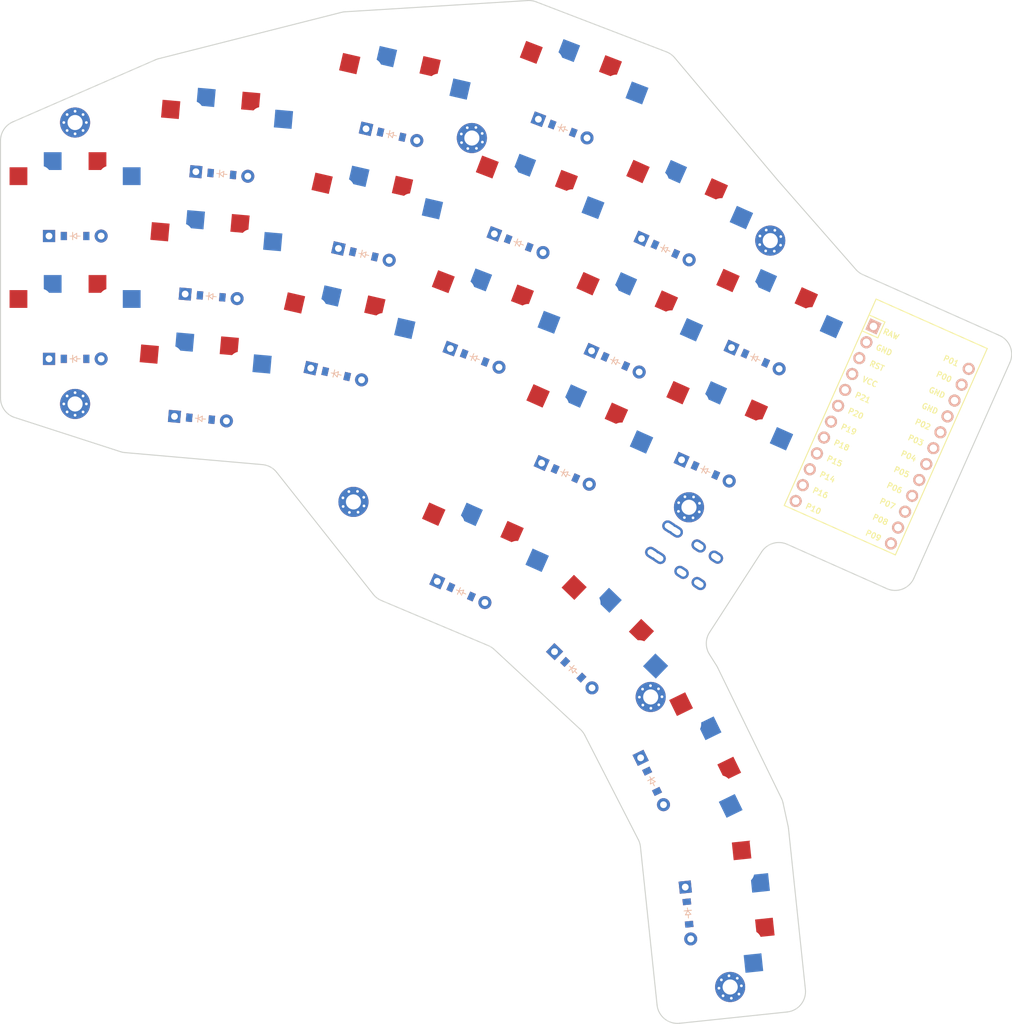
<source format=kicad_pcb>


(kicad_pcb (version 20171130) (host pcbnew 5.1.6)

  (page A3)
  (title_block
    (title "swallowtail_split")
    (rev "v1.0.0")
    (company "Unknown")
  )

  (general
    (thickness 1.6)
  )

  (layers
    (0 F.Cu signal)
    (31 B.Cu signal)
    (32 B.Adhes user)
    (33 F.Adhes user)
    (34 B.Paste user)
    (35 F.Paste user)
    (36 B.SilkS user)
    (37 F.SilkS user)
    (38 B.Mask user)
    (39 F.Mask user)
    (40 Dwgs.User user)
    (41 Cmts.User user)
    (42 Eco1.User user)
    (43 Eco2.User user)
    (44 Edge.Cuts user)
    (45 Margin user)
    (46 B.CrtYd user)
    (47 F.CrtYd user)
    (48 B.Fab user)
    (49 F.Fab user)
  )

  (setup
    (last_trace_width 0.25)
    (trace_clearance 0.2)
    (zone_clearance 0.508)
    (zone_45_only no)
    (trace_min 0.2)
    (via_size 0.8)
    (via_drill 0.4)
    (via_min_size 0.4)
    (via_min_drill 0.3)
    (uvia_size 0.3)
    (uvia_drill 0.1)
    (uvias_allowed no)
    (uvia_min_size 0.2)
    (uvia_min_drill 0.1)
    (edge_width 0.05)
    (segment_width 0.2)
    (pcb_text_width 0.3)
    (pcb_text_size 1.5 1.5)
    (mod_edge_width 0.12)
    (mod_text_size 1 1)
    (mod_text_width 0.15)
    (pad_size 1.524 1.524)
    (pad_drill 0.762)
    (pad_to_mask_clearance 0.05)
    (aux_axis_origin 0 0)
    (visible_elements FFFFFF7F)
    (pcbplotparams
      (layerselection 0x010fc_ffffffff)
      (usegerberextensions false)
      (usegerberattributes true)
      (usegerberadvancedattributes true)
      (creategerberjobfile true)
      (excludeedgelayer true)
      (linewidth 0.100000)
      (plotframeref false)
      (viasonmask false)
      (mode 1)
      (useauxorigin false)
      (hpglpennumber 1)
      (hpglpenspeed 20)
      (hpglpendiameter 15.000000)
      (psnegative false)
      (psa4output false)
      (plotreference true)
      (plotvalue true)
      (plotinvisibletext false)
      (padsonsilk false)
      (subtractmaskfromsilk false)
      (outputformat 1)
      (mirror false)
      (drillshape 1)
      (scaleselection 1)
      (outputdirectory ""))
  )

  (net 0 "")
(net 1 "outer_home")
(net 2 "P19")
(net 3 "outer_top")
(net 4 "pinky_bottom")
(net 5 "P18")
(net 6 "pinky_home")
(net 7 "pinky_top")
(net 8 "ring_bottom")
(net 9 "P15")
(net 10 "ring_home")
(net 11 "ring_top")
(net 12 "middle_bottom")
(net 13 "P14")
(net 14 "middle_home")
(net 15 "middle_top")
(net 16 "index_bottom")
(net 17 "P16")
(net 18 "index_home")
(net 19 "index_top")
(net 20 "inner_home")
(net 21 "P10")
(net 22 "inner_top")
(net 23 "near_thumb")
(net 24 "home_thumb")
(net 25 "far_thumb")
(net 26 "farthest_thumb")
(net 27 "P7")
(net 28 "P6")
(net 29 "P8")
(net 30 "P9")
(net 31 "RAW")
(net 32 "GND")
(net 33 "RST")
(net 34 "VCC")
(net 35 "P21")
(net 36 "P20")
(net 37 "P1")
(net 38 "P0")
(net 39 "P2")
(net 40 "P3")
(net 41 "P4")
(net 42 "P5")

  (net_class Default "This is the default net class."
    (clearance 0.2)
    (trace_width 0.25)
    (via_dia 0.8)
    (via_drill 0.4)
    (uvia_dia 0.3)
    (uvia_drill 0.1)
    (add_net "")
(add_net "outer_home")
(add_net "P19")
(add_net "outer_top")
(add_net "pinky_bottom")
(add_net "P18")
(add_net "pinky_home")
(add_net "pinky_top")
(add_net "ring_bottom")
(add_net "P15")
(add_net "ring_home")
(add_net "ring_top")
(add_net "middle_bottom")
(add_net "P14")
(add_net "middle_home")
(add_net "middle_top")
(add_net "index_bottom")
(add_net "P16")
(add_net "index_home")
(add_net "index_top")
(add_net "inner_home")
(add_net "P10")
(add_net "inner_top")
(add_net "near_thumb")
(add_net "home_thumb")
(add_net "far_thumb")
(add_net "farthest_thumb")
(add_net "P7")
(add_net "P6")
(add_net "P8")
(add_net "P9")
(add_net "RAW")
(add_net "GND")
(add_net "RST")
(add_net "VCC")
(add_net "P21")
(add_net "P20")
(add_net "P1")
(add_net "P0")
(add_net "P2")
(add_net "P3")
(add_net "P4")
(add_net "P5")
  )

  
        
      (module PG1350 (layer F.Cu) (tedit 5DD50112)
      (at 100 82.05 0)

      
      (fp_text reference "S1" (at 0 0) (layer F.SilkS) hide (effects (font (size 1.27 1.27) (thickness 0.15))))
      (fp_text value "" (at 0 0) (layer F.SilkS) hide (effects (font (size 1.27 1.27) (thickness 0.15))))

      
      (fp_line (start -7 -6) (end -7 -7) (layer Dwgs.User) (width 0.15))
      (fp_line (start -7 7) (end -6 7) (layer Dwgs.User) (width 0.15))
      (fp_line (start -6 -7) (end -7 -7) (layer Dwgs.User) (width 0.15))
      (fp_line (start -7 7) (end -7 6) (layer Dwgs.User) (width 0.15))
      (fp_line (start 7 6) (end 7 7) (layer Dwgs.User) (width 0.15))
      (fp_line (start 7 -7) (end 6 -7) (layer Dwgs.User) (width 0.15))
      (fp_line (start 6 7) (end 7 7) (layer Dwgs.User) (width 0.15))
      (fp_line (start 7 -7) (end 7 -6) (layer Dwgs.User) (width 0.15))      
      
      
      (pad "" np_thru_hole circle (at 0 0) (size 3.429 3.429) (drill 3.429) (layers *.Cu *.Mask))
        
      
      (pad "" np_thru_hole circle (at 5.5 0) (size 1.7018 1.7018) (drill 1.7018) (layers *.Cu *.Mask))
      (pad "" np_thru_hole circle (at -5.5 0) (size 1.7018 1.7018) (drill 1.7018) (layers *.Cu *.Mask))
      
        
      
      (fp_line (start -9 -8.5) (end 9 -8.5) (layer Dwgs.User) (width 0.15))
      (fp_line (start 9 -8.5) (end 9 8.5) (layer Dwgs.User) (width 0.15))
      (fp_line (start 9 8.5) (end -9 8.5) (layer Dwgs.User) (width 0.15))
      (fp_line (start -9 8.5) (end -9 -8.5) (layer Dwgs.User) (width 0.15))
      
        
          
          (pad "" np_thru_hole circle (at 5 -3.75) (size 3 3) (drill 3) (layers *.Cu *.Mask))
          (pad "" np_thru_hole circle (at 0 -5.95) (size 3 3) (drill 3) (layers *.Cu *.Mask))
      
          
          (pad 1 smd rect (at -3.275 -5.95 0) (size 2.6 2.6) (layers B.Cu B.Paste B.Mask)  (net 1 "outer_home"))
          (pad 2 smd rect (at 8.275 -3.75 0) (size 2.6 2.6) (layers B.Cu B.Paste B.Mask)  (net 2 "P19"))
        
        
          
          (pad "" np_thru_hole circle (at -5 -3.75) (size 3 3) (drill 3) (layers *.Cu *.Mask))
          (pad "" np_thru_hole circle (at 0 -5.95) (size 3 3) (drill 3) (layers *.Cu *.Mask))
      
          
          (pad 1 smd rect (at 3.275 -5.95 0) (size 2.6 2.6) (layers F.Cu F.Paste F.Mask)  (net 1 "outer_home"))
          (pad 2 smd rect (at -8.275 -3.75 0) (size 2.6 2.6) (layers F.Cu F.Paste F.Mask)  (net 2 "P19"))
        )
        

        
      (module PG1350 (layer F.Cu) (tedit 5DD50112)
      (at 100 64.1 0)

      
      (fp_text reference "S2" (at 0 0) (layer F.SilkS) hide (effects (font (size 1.27 1.27) (thickness 0.15))))
      (fp_text value "" (at 0 0) (layer F.SilkS) hide (effects (font (size 1.27 1.27) (thickness 0.15))))

      
      (fp_line (start -7 -6) (end -7 -7) (layer Dwgs.User) (width 0.15))
      (fp_line (start -7 7) (end -6 7) (layer Dwgs.User) (width 0.15))
      (fp_line (start -6 -7) (end -7 -7) (layer Dwgs.User) (width 0.15))
      (fp_line (start -7 7) (end -7 6) (layer Dwgs.User) (width 0.15))
      (fp_line (start 7 6) (end 7 7) (layer Dwgs.User) (width 0.15))
      (fp_line (start 7 -7) (end 6 -7) (layer Dwgs.User) (width 0.15))
      (fp_line (start 6 7) (end 7 7) (layer Dwgs.User) (width 0.15))
      (fp_line (start 7 -7) (end 7 -6) (layer Dwgs.User) (width 0.15))      
      
      
      (pad "" np_thru_hole circle (at 0 0) (size 3.429 3.429) (drill 3.429) (layers *.Cu *.Mask))
        
      
      (pad "" np_thru_hole circle (at 5.5 0) (size 1.7018 1.7018) (drill 1.7018) (layers *.Cu *.Mask))
      (pad "" np_thru_hole circle (at -5.5 0) (size 1.7018 1.7018) (drill 1.7018) (layers *.Cu *.Mask))
      
        
      
      (fp_line (start -9 -8.5) (end 9 -8.5) (layer Dwgs.User) (width 0.15))
      (fp_line (start 9 -8.5) (end 9 8.5) (layer Dwgs.User) (width 0.15))
      (fp_line (start 9 8.5) (end -9 8.5) (layer Dwgs.User) (width 0.15))
      (fp_line (start -9 8.5) (end -9 -8.5) (layer Dwgs.User) (width 0.15))
      
        
          
          (pad "" np_thru_hole circle (at 5 -3.75) (size 3 3) (drill 3) (layers *.Cu *.Mask))
          (pad "" np_thru_hole circle (at 0 -5.95) (size 3 3) (drill 3) (layers *.Cu *.Mask))
      
          
          (pad 1 smd rect (at -3.275 -5.95 0) (size 2.6 2.6) (layers B.Cu B.Paste B.Mask)  (net 3 "outer_top"))
          (pad 2 smd rect (at 8.275 -3.75 0) (size 2.6 2.6) (layers B.Cu B.Paste B.Mask)  (net 2 "P19"))
        
        
          
          (pad "" np_thru_hole circle (at -5 -3.75) (size 3 3) (drill 3) (layers *.Cu *.Mask))
          (pad "" np_thru_hole circle (at 0 -5.95) (size 3 3) (drill 3) (layers *.Cu *.Mask))
      
          
          (pad 1 smd rect (at 3.275 -5.95 0) (size 2.6 2.6) (layers F.Cu F.Paste F.Mask)  (net 3 "outer_top"))
          (pad 2 smd rect (at -8.275 -3.75 0) (size 2.6 2.6) (layers F.Cu F.Paste F.Mask)  (net 2 "P19"))
        )
        

        
      (module PG1350 (layer F.Cu) (tedit 5DD50112)
      (at 118.7614672 90.8114159 -5)

      
      (fp_text reference "S3" (at 0 0) (layer F.SilkS) hide (effects (font (size 1.27 1.27) (thickness 0.15))))
      (fp_text value "" (at 0 0) (layer F.SilkS) hide (effects (font (size 1.27 1.27) (thickness 0.15))))

      
      (fp_line (start -7 -6) (end -7 -7) (layer Dwgs.User) (width 0.15))
      (fp_line (start -7 7) (end -6 7) (layer Dwgs.User) (width 0.15))
      (fp_line (start -6 -7) (end -7 -7) (layer Dwgs.User) (width 0.15))
      (fp_line (start -7 7) (end -7 6) (layer Dwgs.User) (width 0.15))
      (fp_line (start 7 6) (end 7 7) (layer Dwgs.User) (width 0.15))
      (fp_line (start 7 -7) (end 6 -7) (layer Dwgs.User) (width 0.15))
      (fp_line (start 6 7) (end 7 7) (layer Dwgs.User) (width 0.15))
      (fp_line (start 7 -7) (end 7 -6) (layer Dwgs.User) (width 0.15))      
      
      
      (pad "" np_thru_hole circle (at 0 0) (size 3.429 3.429) (drill 3.429) (layers *.Cu *.Mask))
        
      
      (pad "" np_thru_hole circle (at 5.5 0) (size 1.7018 1.7018) (drill 1.7018) (layers *.Cu *.Mask))
      (pad "" np_thru_hole circle (at -5.5 0) (size 1.7018 1.7018) (drill 1.7018) (layers *.Cu *.Mask))
      
        
      
      (fp_line (start -9 -8.5) (end 9 -8.5) (layer Dwgs.User) (width 0.15))
      (fp_line (start 9 -8.5) (end 9 8.5) (layer Dwgs.User) (width 0.15))
      (fp_line (start 9 8.5) (end -9 8.5) (layer Dwgs.User) (width 0.15))
      (fp_line (start -9 8.5) (end -9 -8.5) (layer Dwgs.User) (width 0.15))
      
        
          
          (pad "" np_thru_hole circle (at 5 -3.75) (size 3 3) (drill 3) (layers *.Cu *.Mask))
          (pad "" np_thru_hole circle (at 0 -5.95) (size 3 3) (drill 3) (layers *.Cu *.Mask))
      
          
          (pad 1 smd rect (at -3.275 -5.95 -5) (size 2.6 2.6) (layers B.Cu B.Paste B.Mask)  (net 4 "pinky_bottom"))
          (pad 2 smd rect (at 8.275 -3.75 -5) (size 2.6 2.6) (layers B.Cu B.Paste B.Mask)  (net 5 "P18"))
        
        
          
          (pad "" np_thru_hole circle (at -5 -3.75) (size 3 3) (drill 3) (layers *.Cu *.Mask))
          (pad "" np_thru_hole circle (at 0 -5.95) (size 3 3) (drill 3) (layers *.Cu *.Mask))
      
          
          (pad 1 smd rect (at 3.275 -5.95 -5) (size 2.6 2.6) (layers F.Cu F.Paste F.Mask)  (net 4 "pinky_bottom"))
          (pad 2 smd rect (at -8.275 -3.75 -5) (size 2.6 2.6) (layers F.Cu F.Paste F.Mask)  (net 5 "P18"))
        )
        

        
      (module PG1350 (layer F.Cu) (tedit 5DD50112)
      (at 120.3259128 72.9297211 -5)

      
      (fp_text reference "S4" (at 0 0) (layer F.SilkS) hide (effects (font (size 1.27 1.27) (thickness 0.15))))
      (fp_text value "" (at 0 0) (layer F.SilkS) hide (effects (font (size 1.27 1.27) (thickness 0.15))))

      
      (fp_line (start -7 -6) (end -7 -7) (layer Dwgs.User) (width 0.15))
      (fp_line (start -7 7) (end -6 7) (layer Dwgs.User) (width 0.15))
      (fp_line (start -6 -7) (end -7 -7) (layer Dwgs.User) (width 0.15))
      (fp_line (start -7 7) (end -7 6) (layer Dwgs.User) (width 0.15))
      (fp_line (start 7 6) (end 7 7) (layer Dwgs.User) (width 0.15))
      (fp_line (start 7 -7) (end 6 -7) (layer Dwgs.User) (width 0.15))
      (fp_line (start 6 7) (end 7 7) (layer Dwgs.User) (width 0.15))
      (fp_line (start 7 -7) (end 7 -6) (layer Dwgs.User) (width 0.15))      
      
      
      (pad "" np_thru_hole circle (at 0 0) (size 3.429 3.429) (drill 3.429) (layers *.Cu *.Mask))
        
      
      (pad "" np_thru_hole circle (at 5.5 0) (size 1.7018 1.7018) (drill 1.7018) (layers *.Cu *.Mask))
      (pad "" np_thru_hole circle (at -5.5 0) (size 1.7018 1.7018) (drill 1.7018) (layers *.Cu *.Mask))
      
        
      
      (fp_line (start -9 -8.5) (end 9 -8.5) (layer Dwgs.User) (width 0.15))
      (fp_line (start 9 -8.5) (end 9 8.5) (layer Dwgs.User) (width 0.15))
      (fp_line (start 9 8.5) (end -9 8.5) (layer Dwgs.User) (width 0.15))
      (fp_line (start -9 8.5) (end -9 -8.5) (layer Dwgs.User) (width 0.15))
      
        
          
          (pad "" np_thru_hole circle (at 5 -3.75) (size 3 3) (drill 3) (layers *.Cu *.Mask))
          (pad "" np_thru_hole circle (at 0 -5.95) (size 3 3) (drill 3) (layers *.Cu *.Mask))
      
          
          (pad 1 smd rect (at -3.275 -5.95 -5) (size 2.6 2.6) (layers B.Cu B.Paste B.Mask)  (net 6 "pinky_home"))
          (pad 2 smd rect (at 8.275 -3.75 -5) (size 2.6 2.6) (layers B.Cu B.Paste B.Mask)  (net 5 "P18"))
        
        
          
          (pad "" np_thru_hole circle (at -5 -3.75) (size 3 3) (drill 3) (layers *.Cu *.Mask))
          (pad "" np_thru_hole circle (at 0 -5.95) (size 3 3) (drill 3) (layers *.Cu *.Mask))
      
          
          (pad 1 smd rect (at 3.275 -5.95 -5) (size 2.6 2.6) (layers F.Cu F.Paste F.Mask)  (net 6 "pinky_home"))
          (pad 2 smd rect (at -8.275 -3.75 -5) (size 2.6 2.6) (layers F.Cu F.Paste F.Mask)  (net 5 "P18"))
        )
        

        
      (module PG1350 (layer F.Cu) (tedit 5DD50112)
      (at 121.8903584 55.0480263 -5)

      
      (fp_text reference "S5" (at 0 0) (layer F.SilkS) hide (effects (font (size 1.27 1.27) (thickness 0.15))))
      (fp_text value "" (at 0 0) (layer F.SilkS) hide (effects (font (size 1.27 1.27) (thickness 0.15))))

      
      (fp_line (start -7 -6) (end -7 -7) (layer Dwgs.User) (width 0.15))
      (fp_line (start -7 7) (end -6 7) (layer Dwgs.User) (width 0.15))
      (fp_line (start -6 -7) (end -7 -7) (layer Dwgs.User) (width 0.15))
      (fp_line (start -7 7) (end -7 6) (layer Dwgs.User) (width 0.15))
      (fp_line (start 7 6) (end 7 7) (layer Dwgs.User) (width 0.15))
      (fp_line (start 7 -7) (end 6 -7) (layer Dwgs.User) (width 0.15))
      (fp_line (start 6 7) (end 7 7) (layer Dwgs.User) (width 0.15))
      (fp_line (start 7 -7) (end 7 -6) (layer Dwgs.User) (width 0.15))      
      
      
      (pad "" np_thru_hole circle (at 0 0) (size 3.429 3.429) (drill 3.429) (layers *.Cu *.Mask))
        
      
      (pad "" np_thru_hole circle (at 5.5 0) (size 1.7018 1.7018) (drill 1.7018) (layers *.Cu *.Mask))
      (pad "" np_thru_hole circle (at -5.5 0) (size 1.7018 1.7018) (drill 1.7018) (layers *.Cu *.Mask))
      
        
      
      (fp_line (start -9 -8.5) (end 9 -8.5) (layer Dwgs.User) (width 0.15))
      (fp_line (start 9 -8.5) (end 9 8.5) (layer Dwgs.User) (width 0.15))
      (fp_line (start 9 8.5) (end -9 8.5) (layer Dwgs.User) (width 0.15))
      (fp_line (start -9 8.5) (end -9 -8.5) (layer Dwgs.User) (width 0.15))
      
        
          
          (pad "" np_thru_hole circle (at 5 -3.75) (size 3 3) (drill 3) (layers *.Cu *.Mask))
          (pad "" np_thru_hole circle (at 0 -5.95) (size 3 3) (drill 3) (layers *.Cu *.Mask))
      
          
          (pad 1 smd rect (at -3.275 -5.95 -5) (size 2.6 2.6) (layers B.Cu B.Paste B.Mask)  (net 7 "pinky_top"))
          (pad 2 smd rect (at 8.275 -3.75 -5) (size 2.6 2.6) (layers B.Cu B.Paste B.Mask)  (net 5 "P18"))
        
        
          
          (pad "" np_thru_hole circle (at -5 -3.75) (size 3 3) (drill 3) (layers *.Cu *.Mask))
          (pad "" np_thru_hole circle (at 0 -5.95) (size 3 3) (drill 3) (layers *.Cu *.Mask))
      
          
          (pad 1 smd rect (at 3.275 -5.95 -5) (size 2.6 2.6) (layers F.Cu F.Paste F.Mask)  (net 7 "pinky_top"))
          (pad 2 smd rect (at -8.275 -3.75 -5) (size 2.6 2.6) (layers F.Cu F.Paste F.Mask)  (net 5 "P18"))
        )
        

        
      (module PG1350 (layer F.Cu) (tedit 5DD50112)
      (at 139.2906718 84.3935513 -13)

      
      (fp_text reference "S6" (at 0 0) (layer F.SilkS) hide (effects (font (size 1.27 1.27) (thickness 0.15))))
      (fp_text value "" (at 0 0) (layer F.SilkS) hide (effects (font (size 1.27 1.27) (thickness 0.15))))

      
      (fp_line (start -7 -6) (end -7 -7) (layer Dwgs.User) (width 0.15))
      (fp_line (start -7 7) (end -6 7) (layer Dwgs.User) (width 0.15))
      (fp_line (start -6 -7) (end -7 -7) (layer Dwgs.User) (width 0.15))
      (fp_line (start -7 7) (end -7 6) (layer Dwgs.User) (width 0.15))
      (fp_line (start 7 6) (end 7 7) (layer Dwgs.User) (width 0.15))
      (fp_line (start 7 -7) (end 6 -7) (layer Dwgs.User) (width 0.15))
      (fp_line (start 6 7) (end 7 7) (layer Dwgs.User) (width 0.15))
      (fp_line (start 7 -7) (end 7 -6) (layer Dwgs.User) (width 0.15))      
      
      
      (pad "" np_thru_hole circle (at 0 0) (size 3.429 3.429) (drill 3.429) (layers *.Cu *.Mask))
        
      
      (pad "" np_thru_hole circle (at 5.5 0) (size 1.7018 1.7018) (drill 1.7018) (layers *.Cu *.Mask))
      (pad "" np_thru_hole circle (at -5.5 0) (size 1.7018 1.7018) (drill 1.7018) (layers *.Cu *.Mask))
      
        
      
      (fp_line (start -9 -8.5) (end 9 -8.5) (layer Dwgs.User) (width 0.15))
      (fp_line (start 9 -8.5) (end 9 8.5) (layer Dwgs.User) (width 0.15))
      (fp_line (start 9 8.5) (end -9 8.5) (layer Dwgs.User) (width 0.15))
      (fp_line (start -9 8.5) (end -9 -8.5) (layer Dwgs.User) (width 0.15))
      
        
          
          (pad "" np_thru_hole circle (at 5 -3.75) (size 3 3) (drill 3) (layers *.Cu *.Mask))
          (pad "" np_thru_hole circle (at 0 -5.95) (size 3 3) (drill 3) (layers *.Cu *.Mask))
      
          
          (pad 1 smd rect (at -3.275 -5.95 -13) (size 2.6 2.6) (layers B.Cu B.Paste B.Mask)  (net 8 "ring_bottom"))
          (pad 2 smd rect (at 8.275 -3.75 -13) (size 2.6 2.6) (layers B.Cu B.Paste B.Mask)  (net 9 "P15"))
        
        
          
          (pad "" np_thru_hole circle (at -5 -3.75) (size 3 3) (drill 3) (layers *.Cu *.Mask))
          (pad "" np_thru_hole circle (at 0 -5.95) (size 3 3) (drill 3) (layers *.Cu *.Mask))
      
          
          (pad 1 smd rect (at 3.275 -5.95 -13) (size 2.6 2.6) (layers F.Cu F.Paste F.Mask)  (net 8 "ring_bottom"))
          (pad 2 smd rect (at -8.275 -3.75 -13) (size 2.6 2.6) (layers F.Cu F.Paste F.Mask)  (net 9 "P15"))
        )
        

        
      (module PG1350 (layer F.Cu) (tedit 5DD50112)
      (at 143.3285432 66.9036086 -13)

      
      (fp_text reference "S7" (at 0 0) (layer F.SilkS) hide (effects (font (size 1.27 1.27) (thickness 0.15))))
      (fp_text value "" (at 0 0) (layer F.SilkS) hide (effects (font (size 1.27 1.27) (thickness 0.15))))

      
      (fp_line (start -7 -6) (end -7 -7) (layer Dwgs.User) (width 0.15))
      (fp_line (start -7 7) (end -6 7) (layer Dwgs.User) (width 0.15))
      (fp_line (start -6 -7) (end -7 -7) (layer Dwgs.User) (width 0.15))
      (fp_line (start -7 7) (end -7 6) (layer Dwgs.User) (width 0.15))
      (fp_line (start 7 6) (end 7 7) (layer Dwgs.User) (width 0.15))
      (fp_line (start 7 -7) (end 6 -7) (layer Dwgs.User) (width 0.15))
      (fp_line (start 6 7) (end 7 7) (layer Dwgs.User) (width 0.15))
      (fp_line (start 7 -7) (end 7 -6) (layer Dwgs.User) (width 0.15))      
      
      
      (pad "" np_thru_hole circle (at 0 0) (size 3.429 3.429) (drill 3.429) (layers *.Cu *.Mask))
        
      
      (pad "" np_thru_hole circle (at 5.5 0) (size 1.7018 1.7018) (drill 1.7018) (layers *.Cu *.Mask))
      (pad "" np_thru_hole circle (at -5.5 0) (size 1.7018 1.7018) (drill 1.7018) (layers *.Cu *.Mask))
      
        
      
      (fp_line (start -9 -8.5) (end 9 -8.5) (layer Dwgs.User) (width 0.15))
      (fp_line (start 9 -8.5) (end 9 8.5) (layer Dwgs.User) (width 0.15))
      (fp_line (start 9 8.5) (end -9 8.5) (layer Dwgs.User) (width 0.15))
      (fp_line (start -9 8.5) (end -9 -8.5) (layer Dwgs.User) (width 0.15))
      
        
          
          (pad "" np_thru_hole circle (at 5 -3.75) (size 3 3) (drill 3) (layers *.Cu *.Mask))
          (pad "" np_thru_hole circle (at 0 -5.95) (size 3 3) (drill 3) (layers *.Cu *.Mask))
      
          
          (pad 1 smd rect (at -3.275 -5.95 -13) (size 2.6 2.6) (layers B.Cu B.Paste B.Mask)  (net 10 "ring_home"))
          (pad 2 smd rect (at 8.275 -3.75 -13) (size 2.6 2.6) (layers B.Cu B.Paste B.Mask)  (net 9 "P15"))
        
        
          
          (pad "" np_thru_hole circle (at -5 -3.75) (size 3 3) (drill 3) (layers *.Cu *.Mask))
          (pad "" np_thru_hole circle (at 0 -5.95) (size 3 3) (drill 3) (layers *.Cu *.Mask))
      
          
          (pad 1 smd rect (at 3.275 -5.95 -13) (size 2.6 2.6) (layers F.Cu F.Paste F.Mask)  (net 10 "ring_home"))
          (pad 2 smd rect (at -8.275 -3.75 -13) (size 2.6 2.6) (layers F.Cu F.Paste F.Mask)  (net 9 "P15"))
        )
        

        
      (module PG1350 (layer F.Cu) (tedit 5DD50112)
      (at 147.3664146 49.4136659 -13)

      
      (fp_text reference "S8" (at 0 0) (layer F.SilkS) hide (effects (font (size 1.27 1.27) (thickness 0.15))))
      (fp_text value "" (at 0 0) (layer F.SilkS) hide (effects (font (size 1.27 1.27) (thickness 0.15))))

      
      (fp_line (start -7 -6) (end -7 -7) (layer Dwgs.User) (width 0.15))
      (fp_line (start -7 7) (end -6 7) (layer Dwgs.User) (width 0.15))
      (fp_line (start -6 -7) (end -7 -7) (layer Dwgs.User) (width 0.15))
      (fp_line (start -7 7) (end -7 6) (layer Dwgs.User) (width 0.15))
      (fp_line (start 7 6) (end 7 7) (layer Dwgs.User) (width 0.15))
      (fp_line (start 7 -7) (end 6 -7) (layer Dwgs.User) (width 0.15))
      (fp_line (start 6 7) (end 7 7) (layer Dwgs.User) (width 0.15))
      (fp_line (start 7 -7) (end 7 -6) (layer Dwgs.User) (width 0.15))      
      
      
      (pad "" np_thru_hole circle (at 0 0) (size 3.429 3.429) (drill 3.429) (layers *.Cu *.Mask))
        
      
      (pad "" np_thru_hole circle (at 5.5 0) (size 1.7018 1.7018) (drill 1.7018) (layers *.Cu *.Mask))
      (pad "" np_thru_hole circle (at -5.5 0) (size 1.7018 1.7018) (drill 1.7018) (layers *.Cu *.Mask))
      
        
      
      (fp_line (start -9 -8.5) (end 9 -8.5) (layer Dwgs.User) (width 0.15))
      (fp_line (start 9 -8.5) (end 9 8.5) (layer Dwgs.User) (width 0.15))
      (fp_line (start 9 8.5) (end -9 8.5) (layer Dwgs.User) (width 0.15))
      (fp_line (start -9 8.5) (end -9 -8.5) (layer Dwgs.User) (width 0.15))
      
        
          
          (pad "" np_thru_hole circle (at 5 -3.75) (size 3 3) (drill 3) (layers *.Cu *.Mask))
          (pad "" np_thru_hole circle (at 0 -5.95) (size 3 3) (drill 3) (layers *.Cu *.Mask))
      
          
          (pad 1 smd rect (at -3.275 -5.95 -13) (size 2.6 2.6) (layers B.Cu B.Paste B.Mask)  (net 11 "ring_top"))
          (pad 2 smd rect (at 8.275 -3.75 -13) (size 2.6 2.6) (layers B.Cu B.Paste B.Mask)  (net 9 "P15"))
        
        
          
          (pad "" np_thru_hole circle (at -5 -3.75) (size 3 3) (drill 3) (layers *.Cu *.Mask))
          (pad "" np_thru_hole circle (at 0 -5.95) (size 3 3) (drill 3) (layers *.Cu *.Mask))
      
          
          (pad 1 smd rect (at 3.275 -5.95 -13) (size 2.6 2.6) (layers F.Cu F.Paste F.Mask)  (net 11 "ring_top"))
          (pad 2 smd rect (at -8.275 -3.75 -13) (size 2.6 2.6) (layers F.Cu F.Paste F.Mask)  (net 9 "P15"))
        )
        

        
      (module PG1350 (layer F.Cu) (tedit 5DD50112)
      (at 160.20284909999998 82.23988890000001 -21)

      
      (fp_text reference "S9" (at 0 0) (layer F.SilkS) hide (effects (font (size 1.27 1.27) (thickness 0.15))))
      (fp_text value "" (at 0 0) (layer F.SilkS) hide (effects (font (size 1.27 1.27) (thickness 0.15))))

      
      (fp_line (start -7 -6) (end -7 -7) (layer Dwgs.User) (width 0.15))
      (fp_line (start -7 7) (end -6 7) (layer Dwgs.User) (width 0.15))
      (fp_line (start -6 -7) (end -7 -7) (layer Dwgs.User) (width 0.15))
      (fp_line (start -7 7) (end -7 6) (layer Dwgs.User) (width 0.15))
      (fp_line (start 7 6) (end 7 7) (layer Dwgs.User) (width 0.15))
      (fp_line (start 7 -7) (end 6 -7) (layer Dwgs.User) (width 0.15))
      (fp_line (start 6 7) (end 7 7) (layer Dwgs.User) (width 0.15))
      (fp_line (start 7 -7) (end 7 -6) (layer Dwgs.User) (width 0.15))      
      
      
      (pad "" np_thru_hole circle (at 0 0) (size 3.429 3.429) (drill 3.429) (layers *.Cu *.Mask))
        
      
      (pad "" np_thru_hole circle (at 5.5 0) (size 1.7018 1.7018) (drill 1.7018) (layers *.Cu *.Mask))
      (pad "" np_thru_hole circle (at -5.5 0) (size 1.7018 1.7018) (drill 1.7018) (layers *.Cu *.Mask))
      
        
      
      (fp_line (start -9 -8.5) (end 9 -8.5) (layer Dwgs.User) (width 0.15))
      (fp_line (start 9 -8.5) (end 9 8.5) (layer Dwgs.User) (width 0.15))
      (fp_line (start 9 8.5) (end -9 8.5) (layer Dwgs.User) (width 0.15))
      (fp_line (start -9 8.5) (end -9 -8.5) (layer Dwgs.User) (width 0.15))
      
        
          
          (pad "" np_thru_hole circle (at 5 -3.75) (size 3 3) (drill 3) (layers *.Cu *.Mask))
          (pad "" np_thru_hole circle (at 0 -5.95) (size 3 3) (drill 3) (layers *.Cu *.Mask))
      
          
          (pad 1 smd rect (at -3.275 -5.95 -21) (size 2.6 2.6) (layers B.Cu B.Paste B.Mask)  (net 12 "middle_bottom"))
          (pad 2 smd rect (at 8.275 -3.75 -21) (size 2.6 2.6) (layers B.Cu B.Paste B.Mask)  (net 13 "P14"))
        
        
          
          (pad "" np_thru_hole circle (at -5 -3.75) (size 3 3) (drill 3) (layers *.Cu *.Mask))
          (pad "" np_thru_hole circle (at 0 -5.95) (size 3 3) (drill 3) (layers *.Cu *.Mask))
      
          
          (pad 1 smd rect (at 3.275 -5.95 -21) (size 2.6 2.6) (layers F.Cu F.Paste F.Mask)  (net 12 "middle_bottom"))
          (pad 2 smd rect (at -8.275 -3.75 -21) (size 2.6 2.6) (layers F.Cu F.Paste F.Mask)  (net 13 "P14"))
        )
        

        
      (module PG1350 (layer F.Cu) (tedit 5DD50112)
      (at 166.63555379999997 65.48212020000001 -21)

      
      (fp_text reference "S10" (at 0 0) (layer F.SilkS) hide (effects (font (size 1.27 1.27) (thickness 0.15))))
      (fp_text value "" (at 0 0) (layer F.SilkS) hide (effects (font (size 1.27 1.27) (thickness 0.15))))

      
      (fp_line (start -7 -6) (end -7 -7) (layer Dwgs.User) (width 0.15))
      (fp_line (start -7 7) (end -6 7) (layer Dwgs.User) (width 0.15))
      (fp_line (start -6 -7) (end -7 -7) (layer Dwgs.User) (width 0.15))
      (fp_line (start -7 7) (end -7 6) (layer Dwgs.User) (width 0.15))
      (fp_line (start 7 6) (end 7 7) (layer Dwgs.User) (width 0.15))
      (fp_line (start 7 -7) (end 6 -7) (layer Dwgs.User) (width 0.15))
      (fp_line (start 6 7) (end 7 7) (layer Dwgs.User) (width 0.15))
      (fp_line (start 7 -7) (end 7 -6) (layer Dwgs.User) (width 0.15))      
      
      
      (pad "" np_thru_hole circle (at 0 0) (size 3.429 3.429) (drill 3.429) (layers *.Cu *.Mask))
        
      
      (pad "" np_thru_hole circle (at 5.5 0) (size 1.7018 1.7018) (drill 1.7018) (layers *.Cu *.Mask))
      (pad "" np_thru_hole circle (at -5.5 0) (size 1.7018 1.7018) (drill 1.7018) (layers *.Cu *.Mask))
      
        
      
      (fp_line (start -9 -8.5) (end 9 -8.5) (layer Dwgs.User) (width 0.15))
      (fp_line (start 9 -8.5) (end 9 8.5) (layer Dwgs.User) (width 0.15))
      (fp_line (start 9 8.5) (end -9 8.5) (layer Dwgs.User) (width 0.15))
      (fp_line (start -9 8.5) (end -9 -8.5) (layer Dwgs.User) (width 0.15))
      
        
          
          (pad "" np_thru_hole circle (at 5 -3.75) (size 3 3) (drill 3) (layers *.Cu *.Mask))
          (pad "" np_thru_hole circle (at 0 -5.95) (size 3 3) (drill 3) (layers *.Cu *.Mask))
      
          
          (pad 1 smd rect (at -3.275 -5.95 -21) (size 2.6 2.6) (layers B.Cu B.Paste B.Mask)  (net 14 "middle_home"))
          (pad 2 smd rect (at 8.275 -3.75 -21) (size 2.6 2.6) (layers B.Cu B.Paste B.Mask)  (net 13 "P14"))
        
        
          
          (pad "" np_thru_hole circle (at -5 -3.75) (size 3 3) (drill 3) (layers *.Cu *.Mask))
          (pad "" np_thru_hole circle (at 0 -5.95) (size 3 3) (drill 3) (layers *.Cu *.Mask))
      
          
          (pad 1 smd rect (at 3.275 -5.95 -21) (size 2.6 2.6) (layers F.Cu F.Paste F.Mask)  (net 14 "middle_home"))
          (pad 2 smd rect (at -8.275 -3.75 -21) (size 2.6 2.6) (layers F.Cu F.Paste F.Mask)  (net 13 "P14"))
        )
        

        
      (module PG1350 (layer F.Cu) (tedit 5DD50112)
      (at 173.06825849999996 48.72435150000001 -21)

      
      (fp_text reference "S11" (at 0 0) (layer F.SilkS) hide (effects (font (size 1.27 1.27) (thickness 0.15))))
      (fp_text value "" (at 0 0) (layer F.SilkS) hide (effects (font (size 1.27 1.27) (thickness 0.15))))

      
      (fp_line (start -7 -6) (end -7 -7) (layer Dwgs.User) (width 0.15))
      (fp_line (start -7 7) (end -6 7) (layer Dwgs.User) (width 0.15))
      (fp_line (start -6 -7) (end -7 -7) (layer Dwgs.User) (width 0.15))
      (fp_line (start -7 7) (end -7 6) (layer Dwgs.User) (width 0.15))
      (fp_line (start 7 6) (end 7 7) (layer Dwgs.User) (width 0.15))
      (fp_line (start 7 -7) (end 6 -7) (layer Dwgs.User) (width 0.15))
      (fp_line (start 6 7) (end 7 7) (layer Dwgs.User) (width 0.15))
      (fp_line (start 7 -7) (end 7 -6) (layer Dwgs.User) (width 0.15))      
      
      
      (pad "" np_thru_hole circle (at 0 0) (size 3.429 3.429) (drill 3.429) (layers *.Cu *.Mask))
        
      
      (pad "" np_thru_hole circle (at 5.5 0) (size 1.7018 1.7018) (drill 1.7018) (layers *.Cu *.Mask))
      (pad "" np_thru_hole circle (at -5.5 0) (size 1.7018 1.7018) (drill 1.7018) (layers *.Cu *.Mask))
      
        
      
      (fp_line (start -9 -8.5) (end 9 -8.5) (layer Dwgs.User) (width 0.15))
      (fp_line (start 9 -8.5) (end 9 8.5) (layer Dwgs.User) (width 0.15))
      (fp_line (start 9 8.5) (end -9 8.5) (layer Dwgs.User) (width 0.15))
      (fp_line (start -9 8.5) (end -9 -8.5) (layer Dwgs.User) (width 0.15))
      
        
          
          (pad "" np_thru_hole circle (at 5 -3.75) (size 3 3) (drill 3) (layers *.Cu *.Mask))
          (pad "" np_thru_hole circle (at 0 -5.95) (size 3 3) (drill 3) (layers *.Cu *.Mask))
      
          
          (pad 1 smd rect (at -3.275 -5.95 -21) (size 2.6 2.6) (layers B.Cu B.Paste B.Mask)  (net 15 "middle_top"))
          (pad 2 smd rect (at 8.275 -3.75 -21) (size 2.6 2.6) (layers B.Cu B.Paste B.Mask)  (net 13 "P14"))
        
        
          
          (pad "" np_thru_hole circle (at -5 -3.75) (size 3 3) (drill 3) (layers *.Cu *.Mask))
          (pad "" np_thru_hole circle (at 0 -5.95) (size 3 3) (drill 3) (layers *.Cu *.Mask))
      
          
          (pad 1 smd rect (at 3.275 -5.95 -21) (size 2.6 2.6) (layers F.Cu F.Paste F.Mask)  (net 15 "middle_top"))
          (pad 2 smd rect (at -8.275 -3.75 -21) (size 2.6 2.6) (layers F.Cu F.Paste F.Mask)  (net 13 "P14"))
        )
        

        
      (module PG1350 (layer F.Cu) (tedit 5DD50112)
      (at 173.71117969999997 99.2565637 -24)

      
      (fp_text reference "S12" (at 0 0) (layer F.SilkS) hide (effects (font (size 1.27 1.27) (thickness 0.15))))
      (fp_text value "" (at 0 0) (layer F.SilkS) hide (effects (font (size 1.27 1.27) (thickness 0.15))))

      
      (fp_line (start -7 -6) (end -7 -7) (layer Dwgs.User) (width 0.15))
      (fp_line (start -7 7) (end -6 7) (layer Dwgs.User) (width 0.15))
      (fp_line (start -6 -7) (end -7 -7) (layer Dwgs.User) (width 0.15))
      (fp_line (start -7 7) (end -7 6) (layer Dwgs.User) (width 0.15))
      (fp_line (start 7 6) (end 7 7) (layer Dwgs.User) (width 0.15))
      (fp_line (start 7 -7) (end 6 -7) (layer Dwgs.User) (width 0.15))
      (fp_line (start 6 7) (end 7 7) (layer Dwgs.User) (width 0.15))
      (fp_line (start 7 -7) (end 7 -6) (layer Dwgs.User) (width 0.15))      
      
      
      (pad "" np_thru_hole circle (at 0 0) (size 3.429 3.429) (drill 3.429) (layers *.Cu *.Mask))
        
      
      (pad "" np_thru_hole circle (at 5.5 0) (size 1.7018 1.7018) (drill 1.7018) (layers *.Cu *.Mask))
      (pad "" np_thru_hole circle (at -5.5 0) (size 1.7018 1.7018) (drill 1.7018) (layers *.Cu *.Mask))
      
        
      
      (fp_line (start -9 -8.5) (end 9 -8.5) (layer Dwgs.User) (width 0.15))
      (fp_line (start 9 -8.5) (end 9 8.5) (layer Dwgs.User) (width 0.15))
      (fp_line (start 9 8.5) (end -9 8.5) (layer Dwgs.User) (width 0.15))
      (fp_line (start -9 8.5) (end -9 -8.5) (layer Dwgs.User) (width 0.15))
      
        
          
          (pad "" np_thru_hole circle (at 5 -3.75) (size 3 3) (drill 3) (layers *.Cu *.Mask))
          (pad "" np_thru_hole circle (at 0 -5.95) (size 3 3) (drill 3) (layers *.Cu *.Mask))
      
          
          (pad 1 smd rect (at -3.275 -5.95 -24) (size 2.6 2.6) (layers B.Cu B.Paste B.Mask)  (net 16 "index_bottom"))
          (pad 2 smd rect (at 8.275 -3.75 -24) (size 2.6 2.6) (layers B.Cu B.Paste B.Mask)  (net 17 "P16"))
        
        
          
          (pad "" np_thru_hole circle (at -5 -3.75) (size 3 3) (drill 3) (layers *.Cu *.Mask))
          (pad "" np_thru_hole circle (at 0 -5.95) (size 3 3) (drill 3) (layers *.Cu *.Mask))
      
          
          (pad 1 smd rect (at 3.275 -5.95 -24) (size 2.6 2.6) (layers F.Cu F.Paste F.Mask)  (net 16 "index_bottom"))
          (pad 2 smd rect (at -8.275 -3.75 -24) (size 2.6 2.6) (layers F.Cu F.Paste F.Mask)  (net 17 "P16"))
        )
        

        
      (module PG1350 (layer F.Cu) (tedit 5DD50112)
      (at 181.01210239999997 82.8584227 -24)

      
      (fp_text reference "S13" (at 0 0) (layer F.SilkS) hide (effects (font (size 1.27 1.27) (thickness 0.15))))
      (fp_text value "" (at 0 0) (layer F.SilkS) hide (effects (font (size 1.27 1.27) (thickness 0.15))))

      
      (fp_line (start -7 -6) (end -7 -7) (layer Dwgs.User) (width 0.15))
      (fp_line (start -7 7) (end -6 7) (layer Dwgs.User) (width 0.15))
      (fp_line (start -6 -7) (end -7 -7) (layer Dwgs.User) (width 0.15))
      (fp_line (start -7 7) (end -7 6) (layer Dwgs.User) (width 0.15))
      (fp_line (start 7 6) (end 7 7) (layer Dwgs.User) (width 0.15))
      (fp_line (start 7 -7) (end 6 -7) (layer Dwgs.User) (width 0.15))
      (fp_line (start 6 7) (end 7 7) (layer Dwgs.User) (width 0.15))
      (fp_line (start 7 -7) (end 7 -6) (layer Dwgs.User) (width 0.15))      
      
      
      (pad "" np_thru_hole circle (at 0 0) (size 3.429 3.429) (drill 3.429) (layers *.Cu *.Mask))
        
      
      (pad "" np_thru_hole circle (at 5.5 0) (size 1.7018 1.7018) (drill 1.7018) (layers *.Cu *.Mask))
      (pad "" np_thru_hole circle (at -5.5 0) (size 1.7018 1.7018) (drill 1.7018) (layers *.Cu *.Mask))
      
        
      
      (fp_line (start -9 -8.5) (end 9 -8.5) (layer Dwgs.User) (width 0.15))
      (fp_line (start 9 -8.5) (end 9 8.5) (layer Dwgs.User) (width 0.15))
      (fp_line (start 9 8.5) (end -9 8.5) (layer Dwgs.User) (width 0.15))
      (fp_line (start -9 8.5) (end -9 -8.5) (layer Dwgs.User) (width 0.15))
      
        
          
          (pad "" np_thru_hole circle (at 5 -3.75) (size 3 3) (drill 3) (layers *.Cu *.Mask))
          (pad "" np_thru_hole circle (at 0 -5.95) (size 3 3) (drill 3) (layers *.Cu *.Mask))
      
          
          (pad 1 smd rect (at -3.275 -5.95 -24) (size 2.6 2.6) (layers B.Cu B.Paste B.Mask)  (net 18 "index_home"))
          (pad 2 smd rect (at 8.275 -3.75 -24) (size 2.6 2.6) (layers B.Cu B.Paste B.Mask)  (net 17 "P16"))
        
        
          
          (pad "" np_thru_hole circle (at -5 -3.75) (size 3 3) (drill 3) (layers *.Cu *.Mask))
          (pad "" np_thru_hole circle (at 0 -5.95) (size 3 3) (drill 3) (layers *.Cu *.Mask))
      
          
          (pad 1 smd rect (at 3.275 -5.95 -24) (size 2.6 2.6) (layers F.Cu F.Paste F.Mask)  (net 18 "index_home"))
          (pad 2 smd rect (at -8.275 -3.75 -24) (size 2.6 2.6) (layers F.Cu F.Paste F.Mask)  (net 17 "P16"))
        )
        

        
      (module PG1350 (layer F.Cu) (tedit 5DD50112)
      (at 188.31302509999998 66.46028170000001 -24)

      
      (fp_text reference "S14" (at 0 0) (layer F.SilkS) hide (effects (font (size 1.27 1.27) (thickness 0.15))))
      (fp_text value "" (at 0 0) (layer F.SilkS) hide (effects (font (size 1.27 1.27) (thickness 0.15))))

      
      (fp_line (start -7 -6) (end -7 -7) (layer Dwgs.User) (width 0.15))
      (fp_line (start -7 7) (end -6 7) (layer Dwgs.User) (width 0.15))
      (fp_line (start -6 -7) (end -7 -7) (layer Dwgs.User) (width 0.15))
      (fp_line (start -7 7) (end -7 6) (layer Dwgs.User) (width 0.15))
      (fp_line (start 7 6) (end 7 7) (layer Dwgs.User) (width 0.15))
      (fp_line (start 7 -7) (end 6 -7) (layer Dwgs.User) (width 0.15))
      (fp_line (start 6 7) (end 7 7) (layer Dwgs.User) (width 0.15))
      (fp_line (start 7 -7) (end 7 -6) (layer Dwgs.User) (width 0.15))      
      
      
      (pad "" np_thru_hole circle (at 0 0) (size 3.429 3.429) (drill 3.429) (layers *.Cu *.Mask))
        
      
      (pad "" np_thru_hole circle (at 5.5 0) (size 1.7018 1.7018) (drill 1.7018) (layers *.Cu *.Mask))
      (pad "" np_thru_hole circle (at -5.5 0) (size 1.7018 1.7018) (drill 1.7018) (layers *.Cu *.Mask))
      
        
      
      (fp_line (start -9 -8.5) (end 9 -8.5) (layer Dwgs.User) (width 0.15))
      (fp_line (start 9 -8.5) (end 9 8.5) (layer Dwgs.User) (width 0.15))
      (fp_line (start 9 8.5) (end -9 8.5) (layer Dwgs.User) (width 0.15))
      (fp_line (start -9 8.5) (end -9 -8.5) (layer Dwgs.User) (width 0.15))
      
        
          
          (pad "" np_thru_hole circle (at 5 -3.75) (size 3 3) (drill 3) (layers *.Cu *.Mask))
          (pad "" np_thru_hole circle (at 0 -5.95) (size 3 3) (drill 3) (layers *.Cu *.Mask))
      
          
          (pad 1 smd rect (at -3.275 -5.95 -24) (size 2.6 2.6) (layers B.Cu B.Paste B.Mask)  (net 19 "index_top"))
          (pad 2 smd rect (at 8.275 -3.75 -24) (size 2.6 2.6) (layers B.Cu B.Paste B.Mask)  (net 17 "P16"))
        
        
          
          (pad "" np_thru_hole circle (at -5 -3.75) (size 3 3) (drill 3) (layers *.Cu *.Mask))
          (pad "" np_thru_hole circle (at 0 -5.95) (size 3 3) (drill 3) (layers *.Cu *.Mask))
      
          
          (pad 1 smd rect (at 3.275 -5.95 -24) (size 2.6 2.6) (layers F.Cu F.Paste F.Mask)  (net 19 "index_top"))
          (pad 2 smd rect (at -8.275 -3.75 -24) (size 2.6 2.6) (layers F.Cu F.Paste F.Mask)  (net 17 "P16"))
        )
        

        
      (module PG1350 (layer F.Cu) (tedit 5DD50112)
      (at 194.17071629999998 98.78766870000001 -24)

      
      (fp_text reference "S15" (at 0 0) (layer F.SilkS) hide (effects (font (size 1.27 1.27) (thickness 0.15))))
      (fp_text value "" (at 0 0) (layer F.SilkS) hide (effects (font (size 1.27 1.27) (thickness 0.15))))

      
      (fp_line (start -7 -6) (end -7 -7) (layer Dwgs.User) (width 0.15))
      (fp_line (start -7 7) (end -6 7) (layer Dwgs.User) (width 0.15))
      (fp_line (start -6 -7) (end -7 -7) (layer Dwgs.User) (width 0.15))
      (fp_line (start -7 7) (end -7 6) (layer Dwgs.User) (width 0.15))
      (fp_line (start 7 6) (end 7 7) (layer Dwgs.User) (width 0.15))
      (fp_line (start 7 -7) (end 6 -7) (layer Dwgs.User) (width 0.15))
      (fp_line (start 6 7) (end 7 7) (layer Dwgs.User) (width 0.15))
      (fp_line (start 7 -7) (end 7 -6) (layer Dwgs.User) (width 0.15))      
      
      
      (pad "" np_thru_hole circle (at 0 0) (size 3.429 3.429) (drill 3.429) (layers *.Cu *.Mask))
        
      
      (pad "" np_thru_hole circle (at 5.5 0) (size 1.7018 1.7018) (drill 1.7018) (layers *.Cu *.Mask))
      (pad "" np_thru_hole circle (at -5.5 0) (size 1.7018 1.7018) (drill 1.7018) (layers *.Cu *.Mask))
      
        
      
      (fp_line (start -9 -8.5) (end 9 -8.5) (layer Dwgs.User) (width 0.15))
      (fp_line (start 9 -8.5) (end 9 8.5) (layer Dwgs.User) (width 0.15))
      (fp_line (start 9 8.5) (end -9 8.5) (layer Dwgs.User) (width 0.15))
      (fp_line (start -9 8.5) (end -9 -8.5) (layer Dwgs.User) (width 0.15))
      
        
          
          (pad "" np_thru_hole circle (at 5 -3.75) (size 3 3) (drill 3) (layers *.Cu *.Mask))
          (pad "" np_thru_hole circle (at 0 -5.95) (size 3 3) (drill 3) (layers *.Cu *.Mask))
      
          
          (pad 1 smd rect (at -3.275 -5.95 -24) (size 2.6 2.6) (layers B.Cu B.Paste B.Mask)  (net 20 "inner_home"))
          (pad 2 smd rect (at 8.275 -3.75 -24) (size 2.6 2.6) (layers B.Cu B.Paste B.Mask)  (net 21 "P10"))
        
        
          
          (pad "" np_thru_hole circle (at -5 -3.75) (size 3 3) (drill 3) (layers *.Cu *.Mask))
          (pad "" np_thru_hole circle (at 0 -5.95) (size 3 3) (drill 3) (layers *.Cu *.Mask))
      
          
          (pad 1 smd rect (at 3.275 -5.95 -24) (size 2.6 2.6) (layers F.Cu F.Paste F.Mask)  (net 20 "inner_home"))
          (pad 2 smd rect (at -8.275 -3.75 -24) (size 2.6 2.6) (layers F.Cu F.Paste F.Mask)  (net 21 "P10"))
        )
        

        
      (module PG1350 (layer F.Cu) (tedit 5DD50112)
      (at 201.47163899999998 82.38952770000002 -24)

      
      (fp_text reference "S16" (at 0 0) (layer F.SilkS) hide (effects (font (size 1.27 1.27) (thickness 0.15))))
      (fp_text value "" (at 0 0) (layer F.SilkS) hide (effects (font (size 1.27 1.27) (thickness 0.15))))

      
      (fp_line (start -7 -6) (end -7 -7) (layer Dwgs.User) (width 0.15))
      (fp_line (start -7 7) (end -6 7) (layer Dwgs.User) (width 0.15))
      (fp_line (start -6 -7) (end -7 -7) (layer Dwgs.User) (width 0.15))
      (fp_line (start -7 7) (end -7 6) (layer Dwgs.User) (width 0.15))
      (fp_line (start 7 6) (end 7 7) (layer Dwgs.User) (width 0.15))
      (fp_line (start 7 -7) (end 6 -7) (layer Dwgs.User) (width 0.15))
      (fp_line (start 6 7) (end 7 7) (layer Dwgs.User) (width 0.15))
      (fp_line (start 7 -7) (end 7 -6) (layer Dwgs.User) (width 0.15))      
      
      
      (pad "" np_thru_hole circle (at 0 0) (size 3.429 3.429) (drill 3.429) (layers *.Cu *.Mask))
        
      
      (pad "" np_thru_hole circle (at 5.5 0) (size 1.7018 1.7018) (drill 1.7018) (layers *.Cu *.Mask))
      (pad "" np_thru_hole circle (at -5.5 0) (size 1.7018 1.7018) (drill 1.7018) (layers *.Cu *.Mask))
      
        
      
      (fp_line (start -9 -8.5) (end 9 -8.5) (layer Dwgs.User) (width 0.15))
      (fp_line (start 9 -8.5) (end 9 8.5) (layer Dwgs.User) (width 0.15))
      (fp_line (start 9 8.5) (end -9 8.5) (layer Dwgs.User) (width 0.15))
      (fp_line (start -9 8.5) (end -9 -8.5) (layer Dwgs.User) (width 0.15))
      
        
          
          (pad "" np_thru_hole circle (at 5 -3.75) (size 3 3) (drill 3) (layers *.Cu *.Mask))
          (pad "" np_thru_hole circle (at 0 -5.95) (size 3 3) (drill 3) (layers *.Cu *.Mask))
      
          
          (pad 1 smd rect (at -3.275 -5.95 -24) (size 2.6 2.6) (layers B.Cu B.Paste B.Mask)  (net 22 "inner_top"))
          (pad 2 smd rect (at 8.275 -3.75 -24) (size 2.6 2.6) (layers B.Cu B.Paste B.Mask)  (net 21 "P10"))
        
        
          
          (pad "" np_thru_hole circle (at -5 -3.75) (size 3 3) (drill 3) (layers *.Cu *.Mask))
          (pad "" np_thru_hole circle (at 0 -5.95) (size 3 3) (drill 3) (layers *.Cu *.Mask))
      
          
          (pad 1 smd rect (at 3.275 -5.95 -24) (size 2.6 2.6) (layers F.Cu F.Paste F.Mask)  (net 22 "inner_top"))
          (pad 2 smd rect (at -8.275 -3.75 -24) (size 2.6 2.6) (layers F.Cu F.Paste F.Mask)  (net 21 "P10"))
        )
        

        
      (module PG1350 (layer F.Cu) (tedit 5DD50112)
      (at 158.45950989999997 116.5480809 -24)

      
      (fp_text reference "S17" (at 0 0) (layer F.SilkS) hide (effects (font (size 1.27 1.27) (thickness 0.15))))
      (fp_text value "" (at 0 0) (layer F.SilkS) hide (effects (font (size 1.27 1.27) (thickness 0.15))))

      
      (fp_line (start -7 -6) (end -7 -7) (layer Dwgs.User) (width 0.15))
      (fp_line (start -7 7) (end -6 7) (layer Dwgs.User) (width 0.15))
      (fp_line (start -6 -7) (end -7 -7) (layer Dwgs.User) (width 0.15))
      (fp_line (start -7 7) (end -7 6) (layer Dwgs.User) (width 0.15))
      (fp_line (start 7 6) (end 7 7) (layer Dwgs.User) (width 0.15))
      (fp_line (start 7 -7) (end 6 -7) (layer Dwgs.User) (width 0.15))
      (fp_line (start 6 7) (end 7 7) (layer Dwgs.User) (width 0.15))
      (fp_line (start 7 -7) (end 7 -6) (layer Dwgs.User) (width 0.15))      
      
      
      (pad "" np_thru_hole circle (at 0 0) (size 3.429 3.429) (drill 3.429) (layers *.Cu *.Mask))
        
      
      (pad "" np_thru_hole circle (at 5.5 0) (size 1.7018 1.7018) (drill 1.7018) (layers *.Cu *.Mask))
      (pad "" np_thru_hole circle (at -5.5 0) (size 1.7018 1.7018) (drill 1.7018) (layers *.Cu *.Mask))
      
        
      
      (fp_line (start -9 -8.5) (end 9 -8.5) (layer Dwgs.User) (width 0.15))
      (fp_line (start 9 -8.5) (end 9 8.5) (layer Dwgs.User) (width 0.15))
      (fp_line (start 9 8.5) (end -9 8.5) (layer Dwgs.User) (width 0.15))
      (fp_line (start -9 8.5) (end -9 -8.5) (layer Dwgs.User) (width 0.15))
      
        
          
          (pad "" np_thru_hole circle (at 5 -3.75) (size 3 3) (drill 3) (layers *.Cu *.Mask))
          (pad "" np_thru_hole circle (at 0 -5.95) (size 3 3) (drill 3) (layers *.Cu *.Mask))
      
          
          (pad 1 smd rect (at -3.275 -5.95 -24) (size 2.6 2.6) (layers B.Cu B.Paste B.Mask)  (net 23 "near_thumb"))
          (pad 2 smd rect (at 8.275 -3.75 -24) (size 2.6 2.6) (layers B.Cu B.Paste B.Mask)  (net 9 "P15"))
        
        
          
          (pad "" np_thru_hole circle (at -5 -3.75) (size 3 3) (drill 3) (layers *.Cu *.Mask))
          (pad "" np_thru_hole circle (at 0 -5.95) (size 3 3) (drill 3) (layers *.Cu *.Mask))
      
          
          (pad 1 smd rect (at 3.275 -5.95 -24) (size 2.6 2.6) (layers F.Cu F.Paste F.Mask)  (net 23 "near_thumb"))
          (pad 2 smd rect (at -8.275 -3.75 -24) (size 2.6 2.6) (layers F.Cu F.Paste F.Mask)  (net 9 "P15"))
        )
        

        
      (module PG1350 (layer F.Cu) (tedit 5DD50112)
      (at 176.29726159999996 128.8939826 -44)

      
      (fp_text reference "S18" (at 0 0) (layer F.SilkS) hide (effects (font (size 1.27 1.27) (thickness 0.15))))
      (fp_text value "" (at 0 0) (layer F.SilkS) hide (effects (font (size 1.27 1.27) (thickness 0.15))))

      
      (fp_line (start -7 -6) (end -7 -7) (layer Dwgs.User) (width 0.15))
      (fp_line (start -7 7) (end -6 7) (layer Dwgs.User) (width 0.15))
      (fp_line (start -6 -7) (end -7 -7) (layer Dwgs.User) (width 0.15))
      (fp_line (start -7 7) (end -7 6) (layer Dwgs.User) (width 0.15))
      (fp_line (start 7 6) (end 7 7) (layer Dwgs.User) (width 0.15))
      (fp_line (start 7 -7) (end 6 -7) (layer Dwgs.User) (width 0.15))
      (fp_line (start 6 7) (end 7 7) (layer Dwgs.User) (width 0.15))
      (fp_line (start 7 -7) (end 7 -6) (layer Dwgs.User) (width 0.15))      
      
      
      (pad "" np_thru_hole circle (at 0 0) (size 3.429 3.429) (drill 3.429) (layers *.Cu *.Mask))
        
      
      (pad "" np_thru_hole circle (at 5.5 0) (size 1.7018 1.7018) (drill 1.7018) (layers *.Cu *.Mask))
      (pad "" np_thru_hole circle (at -5.5 0) (size 1.7018 1.7018) (drill 1.7018) (layers *.Cu *.Mask))
      
        
      
      (fp_line (start -9 -8.5) (end 9 -8.5) (layer Dwgs.User) (width 0.15))
      (fp_line (start 9 -8.5) (end 9 8.5) (layer Dwgs.User) (width 0.15))
      (fp_line (start 9 8.5) (end -9 8.5) (layer Dwgs.User) (width 0.15))
      (fp_line (start -9 8.5) (end -9 -8.5) (layer Dwgs.User) (width 0.15))
      
        
          
          (pad "" np_thru_hole circle (at 5 -3.75) (size 3 3) (drill 3) (layers *.Cu *.Mask))
          (pad "" np_thru_hole circle (at 0 -5.95) (size 3 3) (drill 3) (layers *.Cu *.Mask))
      
          
          (pad 1 smd rect (at -3.275 -5.95 -44) (size 2.6 2.6) (layers B.Cu B.Paste B.Mask)  (net 24 "home_thumb"))
          (pad 2 smd rect (at 8.275 -3.75 -44) (size 2.6 2.6) (layers B.Cu B.Paste B.Mask)  (net 13 "P14"))
        
        
          
          (pad "" np_thru_hole circle (at -5 -3.75) (size 3 3) (drill 3) (layers *.Cu *.Mask))
          (pad "" np_thru_hole circle (at 0 -5.95) (size 3 3) (drill 3) (layers *.Cu *.Mask))
      
          
          (pad 1 smd rect (at 3.275 -5.95 -44) (size 2.6 2.6) (layers F.Cu F.Paste F.Mask)  (net 24 "home_thumb"))
          (pad 2 smd rect (at -8.275 -3.75 -44) (size 2.6 2.6) (layers F.Cu F.Paste F.Mask)  (net 13 "P14"))
        )
        

        
      (module PG1350 (layer F.Cu) (tedit 5DD50112)
      (at 188.83671799999996 146.5962058 -64)

      
      (fp_text reference "S19" (at 0 0) (layer F.SilkS) hide (effects (font (size 1.27 1.27) (thickness 0.15))))
      (fp_text value "" (at 0 0) (layer F.SilkS) hide (effects (font (size 1.27 1.27) (thickness 0.15))))

      
      (fp_line (start -7 -6) (end -7 -7) (layer Dwgs.User) (width 0.15))
      (fp_line (start -7 7) (end -6 7) (layer Dwgs.User) (width 0.15))
      (fp_line (start -6 -7) (end -7 -7) (layer Dwgs.User) (width 0.15))
      (fp_line (start -7 7) (end -7 6) (layer Dwgs.User) (width 0.15))
      (fp_line (start 7 6) (end 7 7) (layer Dwgs.User) (width 0.15))
      (fp_line (start 7 -7) (end 6 -7) (layer Dwgs.User) (width 0.15))
      (fp_line (start 6 7) (end 7 7) (layer Dwgs.User) (width 0.15))
      (fp_line (start 7 -7) (end 7 -6) (layer Dwgs.User) (width 0.15))      
      
      
      (pad "" np_thru_hole circle (at 0 0) (size 3.429 3.429) (drill 3.429) (layers *.Cu *.Mask))
        
      
      (pad "" np_thru_hole circle (at 5.5 0) (size 1.7018 1.7018) (drill 1.7018) (layers *.Cu *.Mask))
      (pad "" np_thru_hole circle (at -5.5 0) (size 1.7018 1.7018) (drill 1.7018) (layers *.Cu *.Mask))
      
        
      
      (fp_line (start -9 -8.5) (end 9 -8.5) (layer Dwgs.User) (width 0.15))
      (fp_line (start 9 -8.5) (end 9 8.5) (layer Dwgs.User) (width 0.15))
      (fp_line (start 9 8.5) (end -9 8.5) (layer Dwgs.User) (width 0.15))
      (fp_line (start -9 8.5) (end -9 -8.5) (layer Dwgs.User) (width 0.15))
      
        
          
          (pad "" np_thru_hole circle (at 5 -3.75) (size 3 3) (drill 3) (layers *.Cu *.Mask))
          (pad "" np_thru_hole circle (at 0 -5.95) (size 3 3) (drill 3) (layers *.Cu *.Mask))
      
          
          (pad 1 smd rect (at -3.275 -5.95 -64) (size 2.6 2.6) (layers B.Cu B.Paste B.Mask)  (net 25 "far_thumb"))
          (pad 2 smd rect (at 8.275 -3.75 -64) (size 2.6 2.6) (layers B.Cu B.Paste B.Mask)  (net 17 "P16"))
        
        
          
          (pad "" np_thru_hole circle (at -5 -3.75) (size 3 3) (drill 3) (layers *.Cu *.Mask))
          (pad "" np_thru_hole circle (at 0 -5.95) (size 3 3) (drill 3) (layers *.Cu *.Mask))
      
          
          (pad 1 smd rect (at 3.275 -5.95 -64) (size 2.6 2.6) (layers F.Cu F.Paste F.Mask)  (net 25 "far_thumb"))
          (pad 2 smd rect (at -8.275 -3.75 -64) (size 2.6 2.6) (layers F.Cu F.Paste F.Mask)  (net 17 "P16"))
        )
        

        
      (module PG1350 (layer F.Cu) (tedit 5DD50112)
      (at 194.56543599999998 167.51960090000003 -84)

      
      (fp_text reference "S20" (at 0 0) (layer F.SilkS) hide (effects (font (size 1.27 1.27) (thickness 0.15))))
      (fp_text value "" (at 0 0) (layer F.SilkS) hide (effects (font (size 1.27 1.27) (thickness 0.15))))

      
      (fp_line (start -7 -6) (end -7 -7) (layer Dwgs.User) (width 0.15))
      (fp_line (start -7 7) (end -6 7) (layer Dwgs.User) (width 0.15))
      (fp_line (start -6 -7) (end -7 -7) (layer Dwgs.User) (width 0.15))
      (fp_line (start -7 7) (end -7 6) (layer Dwgs.User) (width 0.15))
      (fp_line (start 7 6) (end 7 7) (layer Dwgs.User) (width 0.15))
      (fp_line (start 7 -7) (end 6 -7) (layer Dwgs.User) (width 0.15))
      (fp_line (start 6 7) (end 7 7) (layer Dwgs.User) (width 0.15))
      (fp_line (start 7 -7) (end 7 -6) (layer Dwgs.User) (width 0.15))      
      
      
      (pad "" np_thru_hole circle (at 0 0) (size 3.429 3.429) (drill 3.429) (layers *.Cu *.Mask))
        
      
      (pad "" np_thru_hole circle (at 5.5 0) (size 1.7018 1.7018) (drill 1.7018) (layers *.Cu *.Mask))
      (pad "" np_thru_hole circle (at -5.5 0) (size 1.7018 1.7018) (drill 1.7018) (layers *.Cu *.Mask))
      
        
      
      (fp_line (start -9 -8.5) (end 9 -8.5) (layer Dwgs.User) (width 0.15))
      (fp_line (start 9 -8.5) (end 9 8.5) (layer Dwgs.User) (width 0.15))
      (fp_line (start 9 8.5) (end -9 8.5) (layer Dwgs.User) (width 0.15))
      (fp_line (start -9 8.5) (end -9 -8.5) (layer Dwgs.User) (width 0.15))
      
        
          
          (pad "" np_thru_hole circle (at 5 -3.75) (size 3 3) (drill 3) (layers *.Cu *.Mask))
          (pad "" np_thru_hole circle (at 0 -5.95) (size 3 3) (drill 3) (layers *.Cu *.Mask))
      
          
          (pad 1 smd rect (at -3.275 -5.95 -84) (size 2.6 2.6) (layers B.Cu B.Paste B.Mask)  (net 26 "farthest_thumb"))
          (pad 2 smd rect (at 8.275 -3.75 -84) (size 2.6 2.6) (layers B.Cu B.Paste B.Mask)  (net 21 "P10"))
        
        
          
          (pad "" np_thru_hole circle (at -5 -3.75) (size 3 3) (drill 3) (layers *.Cu *.Mask))
          (pad "" np_thru_hole circle (at 0 -5.95) (size 3 3) (drill 3) (layers *.Cu *.Mask))
      
          
          (pad 1 smd rect (at 3.275 -5.95 -84) (size 2.6 2.6) (layers F.Cu F.Paste F.Mask)  (net 26 "farthest_thumb"))
          (pad 2 smd rect (at -8.275 -3.75 -84) (size 2.6 2.6) (layers F.Cu F.Paste F.Mask)  (net 21 "P10"))
        )
        

  
    (module ComboDiode (layer F.Cu) (tedit 5B24D78E)


        (at 100 87.05 0)

        
        (fp_text reference "D1" (at 0 0) (layer F.SilkS) hide (effects (font (size 1.27 1.27) (thickness 0.15))))
        (fp_text value "" (at 0 0) (layer F.SilkS) hide (effects (font (size 1.27 1.27) (thickness 0.15))))
        
        
        (fp_line (start 0.25 0) (end 0.75 0) (layer F.SilkS) (width 0.1))
        (fp_line (start 0.25 0.4) (end -0.35 0) (layer F.SilkS) (width 0.1))
        (fp_line (start 0.25 -0.4) (end 0.25 0.4) (layer F.SilkS) (width 0.1))
        (fp_line (start -0.35 0) (end 0.25 -0.4) (layer F.SilkS) (width 0.1))
        (fp_line (start -0.35 0) (end -0.35 0.55) (layer F.SilkS) (width 0.1))
        (fp_line (start -0.35 0) (end -0.35 -0.55) (layer F.SilkS) (width 0.1))
        (fp_line (start -0.75 0) (end -0.35 0) (layer F.SilkS) (width 0.1))
        (fp_line (start 0.25 0) (end 0.75 0) (layer B.SilkS) (width 0.1))
        (fp_line (start 0.25 0.4) (end -0.35 0) (layer B.SilkS) (width 0.1))
        (fp_line (start 0.25 -0.4) (end 0.25 0.4) (layer B.SilkS) (width 0.1))
        (fp_line (start -0.35 0) (end 0.25 -0.4) (layer B.SilkS) (width 0.1))
        (fp_line (start -0.35 0) (end -0.35 0.55) (layer B.SilkS) (width 0.1))
        (fp_line (start -0.35 0) (end -0.35 -0.55) (layer B.SilkS) (width 0.1))
        (fp_line (start -0.75 0) (end -0.35 0) (layer B.SilkS) (width 0.1))
    
        
        (pad 1 smd rect (at -1.65 0 0) (size 0.9 1.2) (layers F.Cu F.Paste F.Mask) (net 27 "P7"))
        (pad 2 smd rect (at 1.65 0 0) (size 0.9 1.2) (layers B.Cu B.Paste B.Mask) (net 1 "outer_home"))
        (pad 1 smd rect (at -1.65 0 0) (size 0.9 1.2) (layers B.Cu B.Paste B.Mask) (net 27 "P7"))
        (pad 2 smd rect (at 1.65 0 0) (size 0.9 1.2) (layers F.Cu F.Paste F.Mask) (net 1 "outer_home"))
        
        
        (pad 1 thru_hole rect (at -3.81 0 0) (size 1.778 1.778) (drill 0.9906) (layers *.Cu *.Mask) (net 27 "P7"))
        (pad 2 thru_hole circle (at 3.81 0 0) (size 1.905 1.905) (drill 0.9906) (layers *.Cu *.Mask) (net 1 "outer_home"))
    )
  
    

  
    (module ComboDiode (layer F.Cu) (tedit 5B24D78E)


        (at 100 69.1 0)

        
        (fp_text reference "D2" (at 0 0) (layer F.SilkS) hide (effects (font (size 1.27 1.27) (thickness 0.15))))
        (fp_text value "" (at 0 0) (layer F.SilkS) hide (effects (font (size 1.27 1.27) (thickness 0.15))))
        
        
        (fp_line (start 0.25 0) (end 0.75 0) (layer F.SilkS) (width 0.1))
        (fp_line (start 0.25 0.4) (end -0.35 0) (layer F.SilkS) (width 0.1))
        (fp_line (start 0.25 -0.4) (end 0.25 0.4) (layer F.SilkS) (width 0.1))
        (fp_line (start -0.35 0) (end 0.25 -0.4) (layer F.SilkS) (width 0.1))
        (fp_line (start -0.35 0) (end -0.35 0.55) (layer F.SilkS) (width 0.1))
        (fp_line (start -0.35 0) (end -0.35 -0.55) (layer F.SilkS) (width 0.1))
        (fp_line (start -0.75 0) (end -0.35 0) (layer F.SilkS) (width 0.1))
        (fp_line (start 0.25 0) (end 0.75 0) (layer B.SilkS) (width 0.1))
        (fp_line (start 0.25 0.4) (end -0.35 0) (layer B.SilkS) (width 0.1))
        (fp_line (start 0.25 -0.4) (end 0.25 0.4) (layer B.SilkS) (width 0.1))
        (fp_line (start -0.35 0) (end 0.25 -0.4) (layer B.SilkS) (width 0.1))
        (fp_line (start -0.35 0) (end -0.35 0.55) (layer B.SilkS) (width 0.1))
        (fp_line (start -0.35 0) (end -0.35 -0.55) (layer B.SilkS) (width 0.1))
        (fp_line (start -0.75 0) (end -0.35 0) (layer B.SilkS) (width 0.1))
    
        
        (pad 1 smd rect (at -1.65 0 0) (size 0.9 1.2) (layers F.Cu F.Paste F.Mask) (net 28 "P6"))
        (pad 2 smd rect (at 1.65 0 0) (size 0.9 1.2) (layers B.Cu B.Paste B.Mask) (net 3 "outer_top"))
        (pad 1 smd rect (at -1.65 0 0) (size 0.9 1.2) (layers B.Cu B.Paste B.Mask) (net 28 "P6"))
        (pad 2 smd rect (at 1.65 0 0) (size 0.9 1.2) (layers F.Cu F.Paste F.Mask) (net 3 "outer_top"))
        
        
        (pad 1 thru_hole rect (at -3.81 0 0) (size 1.778 1.778) (drill 0.9906) (layers *.Cu *.Mask) (net 28 "P6"))
        (pad 2 thru_hole circle (at 3.81 0 0) (size 1.905 1.905) (drill 0.9906) (layers *.Cu *.Mask) (net 3 "outer_top"))
    )
  
    

  
    (module ComboDiode (layer F.Cu) (tedit 5B24D78E)


        (at 118.3256885 95.7923894 -5)

        
        (fp_text reference "D3" (at 0 0) (layer F.SilkS) hide (effects (font (size 1.27 1.27) (thickness 0.15))))
        (fp_text value "" (at 0 0) (layer F.SilkS) hide (effects (font (size 1.27 1.27) (thickness 0.15))))
        
        
        (fp_line (start 0.25 0) (end 0.75 0) (layer F.SilkS) (width 0.1))
        (fp_line (start 0.25 0.4) (end -0.35 0) (layer F.SilkS) (width 0.1))
        (fp_line (start 0.25 -0.4) (end 0.25 0.4) (layer F.SilkS) (width 0.1))
        (fp_line (start -0.35 0) (end 0.25 -0.4) (layer F.SilkS) (width 0.1))
        (fp_line (start -0.35 0) (end -0.35 0.55) (layer F.SilkS) (width 0.1))
        (fp_line (start -0.35 0) (end -0.35 -0.55) (layer F.SilkS) (width 0.1))
        (fp_line (start -0.75 0) (end -0.35 0) (layer F.SilkS) (width 0.1))
        (fp_line (start 0.25 0) (end 0.75 0) (layer B.SilkS) (width 0.1))
        (fp_line (start 0.25 0.4) (end -0.35 0) (layer B.SilkS) (width 0.1))
        (fp_line (start 0.25 -0.4) (end 0.25 0.4) (layer B.SilkS) (width 0.1))
        (fp_line (start -0.35 0) (end 0.25 -0.4) (layer B.SilkS) (width 0.1))
        (fp_line (start -0.35 0) (end -0.35 0.55) (layer B.SilkS) (width 0.1))
        (fp_line (start -0.35 0) (end -0.35 -0.55) (layer B.SilkS) (width 0.1))
        (fp_line (start -0.75 0) (end -0.35 0) (layer B.SilkS) (width 0.1))
    
        
        (pad 1 smd rect (at -1.65 0 -5) (size 0.9 1.2) (layers F.Cu F.Paste F.Mask) (net 29 "P8"))
        (pad 2 smd rect (at 1.65 0 -5) (size 0.9 1.2) (layers B.Cu B.Paste B.Mask) (net 4 "pinky_bottom"))
        (pad 1 smd rect (at -1.65 0 -5) (size 0.9 1.2) (layers B.Cu B.Paste B.Mask) (net 29 "P8"))
        (pad 2 smd rect (at 1.65 0 -5) (size 0.9 1.2) (layers F.Cu F.Paste F.Mask) (net 4 "pinky_bottom"))
        
        
        (pad 1 thru_hole rect (at -3.81 0 -5) (size 1.778 1.778) (drill 0.9906) (layers *.Cu *.Mask) (net 29 "P8"))
        (pad 2 thru_hole circle (at 3.81 0 -5) (size 1.905 1.905) (drill 0.9906) (layers *.Cu *.Mask) (net 4 "pinky_bottom"))
    )
  
    

  
    (module ComboDiode (layer F.Cu) (tedit 5B24D78E)


        (at 119.8901341 77.9106946 -5)

        
        (fp_text reference "D4" (at 0 0) (layer F.SilkS) hide (effects (font (size 1.27 1.27) (thickness 0.15))))
        (fp_text value "" (at 0 0) (layer F.SilkS) hide (effects (font (size 1.27 1.27) (thickness 0.15))))
        
        
        (fp_line (start 0.25 0) (end 0.75 0) (layer F.SilkS) (width 0.1))
        (fp_line (start 0.25 0.4) (end -0.35 0) (layer F.SilkS) (width 0.1))
        (fp_line (start 0.25 -0.4) (end 0.25 0.4) (layer F.SilkS) (width 0.1))
        (fp_line (start -0.35 0) (end 0.25 -0.4) (layer F.SilkS) (width 0.1))
        (fp_line (start -0.35 0) (end -0.35 0.55) (layer F.SilkS) (width 0.1))
        (fp_line (start -0.35 0) (end -0.35 -0.55) (layer F.SilkS) (width 0.1))
        (fp_line (start -0.75 0) (end -0.35 0) (layer F.SilkS) (width 0.1))
        (fp_line (start 0.25 0) (end 0.75 0) (layer B.SilkS) (width 0.1))
        (fp_line (start 0.25 0.4) (end -0.35 0) (layer B.SilkS) (width 0.1))
        (fp_line (start 0.25 -0.4) (end 0.25 0.4) (layer B.SilkS) (width 0.1))
        (fp_line (start -0.35 0) (end 0.25 -0.4) (layer B.SilkS) (width 0.1))
        (fp_line (start -0.35 0) (end -0.35 0.55) (layer B.SilkS) (width 0.1))
        (fp_line (start -0.35 0) (end -0.35 -0.55) (layer B.SilkS) (width 0.1))
        (fp_line (start -0.75 0) (end -0.35 0) (layer B.SilkS) (width 0.1))
    
        
        (pad 1 smd rect (at -1.65 0 -5) (size 0.9 1.2) (layers F.Cu F.Paste F.Mask) (net 27 "P7"))
        (pad 2 smd rect (at 1.65 0 -5) (size 0.9 1.2) (layers B.Cu B.Paste B.Mask) (net 6 "pinky_home"))
        (pad 1 smd rect (at -1.65 0 -5) (size 0.9 1.2) (layers B.Cu B.Paste B.Mask) (net 27 "P7"))
        (pad 2 smd rect (at 1.65 0 -5) (size 0.9 1.2) (layers F.Cu F.Paste F.Mask) (net 6 "pinky_home"))
        
        
        (pad 1 thru_hole rect (at -3.81 0 -5) (size 1.778 1.778) (drill 0.9906) (layers *.Cu *.Mask) (net 27 "P7"))
        (pad 2 thru_hole circle (at 3.81 0 -5) (size 1.905 1.905) (drill 0.9906) (layers *.Cu *.Mask) (net 6 "pinky_home"))
    )
  
    

  
    (module ComboDiode (layer F.Cu) (tedit 5B24D78E)


        (at 121.4545797 60.028999799999994 -5)

        
        (fp_text reference "D5" (at 0 0) (layer F.SilkS) hide (effects (font (size 1.27 1.27) (thickness 0.15))))
        (fp_text value "" (at 0 0) (layer F.SilkS) hide (effects (font (size 1.27 1.27) (thickness 0.15))))
        
        
        (fp_line (start 0.25 0) (end 0.75 0) (layer F.SilkS) (width 0.1))
        (fp_line (start 0.25 0.4) (end -0.35 0) (layer F.SilkS) (width 0.1))
        (fp_line (start 0.25 -0.4) (end 0.25 0.4) (layer F.SilkS) (width 0.1))
        (fp_line (start -0.35 0) (end 0.25 -0.4) (layer F.SilkS) (width 0.1))
        (fp_line (start -0.35 0) (end -0.35 0.55) (layer F.SilkS) (width 0.1))
        (fp_line (start -0.35 0) (end -0.35 -0.55) (layer F.SilkS) (width 0.1))
        (fp_line (start -0.75 0) (end -0.35 0) (layer F.SilkS) (width 0.1))
        (fp_line (start 0.25 0) (end 0.75 0) (layer B.SilkS) (width 0.1))
        (fp_line (start 0.25 0.4) (end -0.35 0) (layer B.SilkS) (width 0.1))
        (fp_line (start 0.25 -0.4) (end 0.25 0.4) (layer B.SilkS) (width 0.1))
        (fp_line (start -0.35 0) (end 0.25 -0.4) (layer B.SilkS) (width 0.1))
        (fp_line (start -0.35 0) (end -0.35 0.55) (layer B.SilkS) (width 0.1))
        (fp_line (start -0.35 0) (end -0.35 -0.55) (layer B.SilkS) (width 0.1))
        (fp_line (start -0.75 0) (end -0.35 0) (layer B.SilkS) (width 0.1))
    
        
        (pad 1 smd rect (at -1.65 0 -5) (size 0.9 1.2) (layers F.Cu F.Paste F.Mask) (net 28 "P6"))
        (pad 2 smd rect (at 1.65 0 -5) (size 0.9 1.2) (layers B.Cu B.Paste B.Mask) (net 7 "pinky_top"))
        (pad 1 smd rect (at -1.65 0 -5) (size 0.9 1.2) (layers B.Cu B.Paste B.Mask) (net 28 "P6"))
        (pad 2 smd rect (at 1.65 0 -5) (size 0.9 1.2) (layers F.Cu F.Paste F.Mask) (net 7 "pinky_top"))
        
        
        (pad 1 thru_hole rect (at -3.81 0 -5) (size 1.778 1.778) (drill 0.9906) (layers *.Cu *.Mask) (net 28 "P6"))
        (pad 2 thru_hole circle (at 3.81 0 -5) (size 1.905 1.905) (drill 0.9906) (layers *.Cu *.Mask) (net 7 "pinky_top"))
    )
  
    

  
    (module ComboDiode (layer F.Cu) (tedit 5B24D78E)


        (at 138.1659165 89.2654016 -13)

        
        (fp_text reference "D6" (at 0 0) (layer F.SilkS) hide (effects (font (size 1.27 1.27) (thickness 0.15))))
        (fp_text value "" (at 0 0) (layer F.SilkS) hide (effects (font (size 1.27 1.27) (thickness 0.15))))
        
        
        (fp_line (start 0.25 0) (end 0.75 0) (layer F.SilkS) (width 0.1))
        (fp_line (start 0.25 0.4) (end -0.35 0) (layer F.SilkS) (width 0.1))
        (fp_line (start 0.25 -0.4) (end 0.25 0.4) (layer F.SilkS) (width 0.1))
        (fp_line (start -0.35 0) (end 0.25 -0.4) (layer F.SilkS) (width 0.1))
        (fp_line (start -0.35 0) (end -0.35 0.55) (layer F.SilkS) (width 0.1))
        (fp_line (start -0.35 0) (end -0.35 -0.55) (layer F.SilkS) (width 0.1))
        (fp_line (start -0.75 0) (end -0.35 0) (layer F.SilkS) (width 0.1))
        (fp_line (start 0.25 0) (end 0.75 0) (layer B.SilkS) (width 0.1))
        (fp_line (start 0.25 0.4) (end -0.35 0) (layer B.SilkS) (width 0.1))
        (fp_line (start 0.25 -0.4) (end 0.25 0.4) (layer B.SilkS) (width 0.1))
        (fp_line (start -0.35 0) (end 0.25 -0.4) (layer B.SilkS) (width 0.1))
        (fp_line (start -0.35 0) (end -0.35 0.55) (layer B.SilkS) (width 0.1))
        (fp_line (start -0.35 0) (end -0.35 -0.55) (layer B.SilkS) (width 0.1))
        (fp_line (start -0.75 0) (end -0.35 0) (layer B.SilkS) (width 0.1))
    
        
        (pad 1 smd rect (at -1.65 0 -13) (size 0.9 1.2) (layers F.Cu F.Paste F.Mask) (net 29 "P8"))
        (pad 2 smd rect (at 1.65 0 -13) (size 0.9 1.2) (layers B.Cu B.Paste B.Mask) (net 8 "ring_bottom"))
        (pad 1 smd rect (at -1.65 0 -13) (size 0.9 1.2) (layers B.Cu B.Paste B.Mask) (net 29 "P8"))
        (pad 2 smd rect (at 1.65 0 -13) (size 0.9 1.2) (layers F.Cu F.Paste F.Mask) (net 8 "ring_bottom"))
        
        
        (pad 1 thru_hole rect (at -3.81 0 -13) (size 1.778 1.778) (drill 0.9906) (layers *.Cu *.Mask) (net 29 "P8"))
        (pad 2 thru_hole circle (at 3.81 0 -13) (size 1.905 1.905) (drill 0.9906) (layers *.Cu *.Mask) (net 8 "ring_bottom"))
    )
  
    

  
    (module ComboDiode (layer F.Cu) (tedit 5B24D78E)


        (at 142.2037879 71.7754589 -13)

        
        (fp_text reference "D7" (at 0 0) (layer F.SilkS) hide (effects (font (size 1.27 1.27) (thickness 0.15))))
        (fp_text value "" (at 0 0) (layer F.SilkS) hide (effects (font (size 1.27 1.27) (thickness 0.15))))
        
        
        (fp_line (start 0.25 0) (end 0.75 0) (layer F.SilkS) (width 0.1))
        (fp_line (start 0.25 0.4) (end -0.35 0) (layer F.SilkS) (width 0.1))
        (fp_line (start 0.25 -0.4) (end 0.25 0.4) (layer F.SilkS) (width 0.1))
        (fp_line (start -0.35 0) (end 0.25 -0.4) (layer F.SilkS) (width 0.1))
        (fp_line (start -0.35 0) (end -0.35 0.55) (layer F.SilkS) (width 0.1))
        (fp_line (start -0.35 0) (end -0.35 -0.55) (layer F.SilkS) (width 0.1))
        (fp_line (start -0.75 0) (end -0.35 0) (layer F.SilkS) (width 0.1))
        (fp_line (start 0.25 0) (end 0.75 0) (layer B.SilkS) (width 0.1))
        (fp_line (start 0.25 0.4) (end -0.35 0) (layer B.SilkS) (width 0.1))
        (fp_line (start 0.25 -0.4) (end 0.25 0.4) (layer B.SilkS) (width 0.1))
        (fp_line (start -0.35 0) (end 0.25 -0.4) (layer B.SilkS) (width 0.1))
        (fp_line (start -0.35 0) (end -0.35 0.55) (layer B.SilkS) (width 0.1))
        (fp_line (start -0.35 0) (end -0.35 -0.55) (layer B.SilkS) (width 0.1))
        (fp_line (start -0.75 0) (end -0.35 0) (layer B.SilkS) (width 0.1))
    
        
        (pad 1 smd rect (at -1.65 0 -13) (size 0.9 1.2) (layers F.Cu F.Paste F.Mask) (net 27 "P7"))
        (pad 2 smd rect (at 1.65 0 -13) (size 0.9 1.2) (layers B.Cu B.Paste B.Mask) (net 10 "ring_home"))
        (pad 1 smd rect (at -1.65 0 -13) (size 0.9 1.2) (layers B.Cu B.Paste B.Mask) (net 27 "P7"))
        (pad 2 smd rect (at 1.65 0 -13) (size 0.9 1.2) (layers F.Cu F.Paste F.Mask) (net 10 "ring_home"))
        
        
        (pad 1 thru_hole rect (at -3.81 0 -13) (size 1.778 1.778) (drill 0.9906) (layers *.Cu *.Mask) (net 27 "P7"))
        (pad 2 thru_hole circle (at 3.81 0 -13) (size 1.905 1.905) (drill 0.9906) (layers *.Cu *.Mask) (net 10 "ring_home"))
    )
  
    

  
    (module ComboDiode (layer F.Cu) (tedit 5B24D78E)


        (at 146.2416593 54.285516199999996 -13)

        
        (fp_text reference "D8" (at 0 0) (layer F.SilkS) hide (effects (font (size 1.27 1.27) (thickness 0.15))))
        (fp_text value "" (at 0 0) (layer F.SilkS) hide (effects (font (size 1.27 1.27) (thickness 0.15))))
        
        
        (fp_line (start 0.25 0) (end 0.75 0) (layer F.SilkS) (width 0.1))
        (fp_line (start 0.25 0.4) (end -0.35 0) (layer F.SilkS) (width 0.1))
        (fp_line (start 0.25 -0.4) (end 0.25 0.4) (layer F.SilkS) (width 0.1))
        (fp_line (start -0.35 0) (end 0.25 -0.4) (layer F.SilkS) (width 0.1))
        (fp_line (start -0.35 0) (end -0.35 0.55) (layer F.SilkS) (width 0.1))
        (fp_line (start -0.35 0) (end -0.35 -0.55) (layer F.SilkS) (width 0.1))
        (fp_line (start -0.75 0) (end -0.35 0) (layer F.SilkS) (width 0.1))
        (fp_line (start 0.25 0) (end 0.75 0) (layer B.SilkS) (width 0.1))
        (fp_line (start 0.25 0.4) (end -0.35 0) (layer B.SilkS) (width 0.1))
        (fp_line (start 0.25 -0.4) (end 0.25 0.4) (layer B.SilkS) (width 0.1))
        (fp_line (start -0.35 0) (end 0.25 -0.4) (layer B.SilkS) (width 0.1))
        (fp_line (start -0.35 0) (end -0.35 0.55) (layer B.SilkS) (width 0.1))
        (fp_line (start -0.35 0) (end -0.35 -0.55) (layer B.SilkS) (width 0.1))
        (fp_line (start -0.75 0) (end -0.35 0) (layer B.SilkS) (width 0.1))
    
        
        (pad 1 smd rect (at -1.65 0 -13) (size 0.9 1.2) (layers F.Cu F.Paste F.Mask) (net 28 "P6"))
        (pad 2 smd rect (at 1.65 0 -13) (size 0.9 1.2) (layers B.Cu B.Paste B.Mask) (net 11 "ring_top"))
        (pad 1 smd rect (at -1.65 0 -13) (size 0.9 1.2) (layers B.Cu B.Paste B.Mask) (net 28 "P6"))
        (pad 2 smd rect (at 1.65 0 -13) (size 0.9 1.2) (layers F.Cu F.Paste F.Mask) (net 11 "ring_top"))
        
        
        (pad 1 thru_hole rect (at -3.81 0 -13) (size 1.778 1.778) (drill 0.9906) (layers *.Cu *.Mask) (net 28 "P6"))
        (pad 2 thru_hole circle (at 3.81 0 -13) (size 1.905 1.905) (drill 0.9906) (layers *.Cu *.Mask) (net 11 "ring_top"))
    )
  
    

  
    (module ComboDiode (layer F.Cu) (tedit 5B24D78E)


        (at 158.41100939999998 86.90779100000002 -21)

        
        (fp_text reference "D9" (at 0 0) (layer F.SilkS) hide (effects (font (size 1.27 1.27) (thickness 0.15))))
        (fp_text value "" (at 0 0) (layer F.SilkS) hide (effects (font (size 1.27 1.27) (thickness 0.15))))
        
        
        (fp_line (start 0.25 0) (end 0.75 0) (layer F.SilkS) (width 0.1))
        (fp_line (start 0.25 0.4) (end -0.35 0) (layer F.SilkS) (width 0.1))
        (fp_line (start 0.25 -0.4) (end 0.25 0.4) (layer F.SilkS) (width 0.1))
        (fp_line (start -0.35 0) (end 0.25 -0.4) (layer F.SilkS) (width 0.1))
        (fp_line (start -0.35 0) (end -0.35 0.55) (layer F.SilkS) (width 0.1))
        (fp_line (start -0.35 0) (end -0.35 -0.55) (layer F.SilkS) (width 0.1))
        (fp_line (start -0.75 0) (end -0.35 0) (layer F.SilkS) (width 0.1))
        (fp_line (start 0.25 0) (end 0.75 0) (layer B.SilkS) (width 0.1))
        (fp_line (start 0.25 0.4) (end -0.35 0) (layer B.SilkS) (width 0.1))
        (fp_line (start 0.25 -0.4) (end 0.25 0.4) (layer B.SilkS) (width 0.1))
        (fp_line (start -0.35 0) (end 0.25 -0.4) (layer B.SilkS) (width 0.1))
        (fp_line (start -0.35 0) (end -0.35 0.55) (layer B.SilkS) (width 0.1))
        (fp_line (start -0.35 0) (end -0.35 -0.55) (layer B.SilkS) (width 0.1))
        (fp_line (start -0.75 0) (end -0.35 0) (layer B.SilkS) (width 0.1))
    
        
        (pad 1 smd rect (at -1.65 0 -21) (size 0.9 1.2) (layers F.Cu F.Paste F.Mask) (net 29 "P8"))
        (pad 2 smd rect (at 1.65 0 -21) (size 0.9 1.2) (layers B.Cu B.Paste B.Mask) (net 12 "middle_bottom"))
        (pad 1 smd rect (at -1.65 0 -21) (size 0.9 1.2) (layers B.Cu B.Paste B.Mask) (net 29 "P8"))
        (pad 2 smd rect (at 1.65 0 -21) (size 0.9 1.2) (layers F.Cu F.Paste F.Mask) (net 12 "middle_bottom"))
        
        
        (pad 1 thru_hole rect (at -3.81 0 -21) (size 1.778 1.778) (drill 0.9906) (layers *.Cu *.Mask) (net 29 "P8"))
        (pad 2 thru_hole circle (at 3.81 0 -21) (size 1.905 1.905) (drill 0.9906) (layers *.Cu *.Mask) (net 12 "middle_bottom"))
    )
  
    

  
    (module ComboDiode (layer F.Cu) (tedit 5B24D78E)


        (at 164.84371409999997 70.15002230000002 -21)

        
        (fp_text reference "D10" (at 0 0) (layer F.SilkS) hide (effects (font (size 1.27 1.27) (thickness 0.15))))
        (fp_text value "" (at 0 0) (layer F.SilkS) hide (effects (font (size 1.27 1.27) (thickness 0.15))))
        
        
        (fp_line (start 0.25 0) (end 0.75 0) (layer F.SilkS) (width 0.1))
        (fp_line (start 0.25 0.4) (end -0.35 0) (layer F.SilkS) (width 0.1))
        (fp_line (start 0.25 -0.4) (end 0.25 0.4) (layer F.SilkS) (width 0.1))
        (fp_line (start -0.35 0) (end 0.25 -0.4) (layer F.SilkS) (width 0.1))
        (fp_line (start -0.35 0) (end -0.35 0.55) (layer F.SilkS) (width 0.1))
        (fp_line (start -0.35 0) (end -0.35 -0.55) (layer F.SilkS) (width 0.1))
        (fp_line (start -0.75 0) (end -0.35 0) (layer F.SilkS) (width 0.1))
        (fp_line (start 0.25 0) (end 0.75 0) (layer B.SilkS) (width 0.1))
        (fp_line (start 0.25 0.4) (end -0.35 0) (layer B.SilkS) (width 0.1))
        (fp_line (start 0.25 -0.4) (end 0.25 0.4) (layer B.SilkS) (width 0.1))
        (fp_line (start -0.35 0) (end 0.25 -0.4) (layer B.SilkS) (width 0.1))
        (fp_line (start -0.35 0) (end -0.35 0.55) (layer B.SilkS) (width 0.1))
        (fp_line (start -0.35 0) (end -0.35 -0.55) (layer B.SilkS) (width 0.1))
        (fp_line (start -0.75 0) (end -0.35 0) (layer B.SilkS) (width 0.1))
    
        
        (pad 1 smd rect (at -1.65 0 -21) (size 0.9 1.2) (layers F.Cu F.Paste F.Mask) (net 27 "P7"))
        (pad 2 smd rect (at 1.65 0 -21) (size 0.9 1.2) (layers B.Cu B.Paste B.Mask) (net 14 "middle_home"))
        (pad 1 smd rect (at -1.65 0 -21) (size 0.9 1.2) (layers B.Cu B.Paste B.Mask) (net 27 "P7"))
        (pad 2 smd rect (at 1.65 0 -21) (size 0.9 1.2) (layers F.Cu F.Paste F.Mask) (net 14 "middle_home"))
        
        
        (pad 1 thru_hole rect (at -3.81 0 -21) (size 1.778 1.778) (drill 0.9906) (layers *.Cu *.Mask) (net 27 "P7"))
        (pad 2 thru_hole circle (at 3.81 0 -21) (size 1.905 1.905) (drill 0.9906) (layers *.Cu *.Mask) (net 14 "middle_home"))
    )
  
    

  
    (module ComboDiode (layer F.Cu) (tedit 5B24D78E)


        (at 171.27641879999996 53.39225360000001 -21)

        
        (fp_text reference "D11" (at 0 0) (layer F.SilkS) hide (effects (font (size 1.27 1.27) (thickness 0.15))))
        (fp_text value "" (at 0 0) (layer F.SilkS) hide (effects (font (size 1.27 1.27) (thickness 0.15))))
        
        
        (fp_line (start 0.25 0) (end 0.75 0) (layer F.SilkS) (width 0.1))
        (fp_line (start 0.25 0.4) (end -0.35 0) (layer F.SilkS) (width 0.1))
        (fp_line (start 0.25 -0.4) (end 0.25 0.4) (layer F.SilkS) (width 0.1))
        (fp_line (start -0.35 0) (end 0.25 -0.4) (layer F.SilkS) (width 0.1))
        (fp_line (start -0.35 0) (end -0.35 0.55) (layer F.SilkS) (width 0.1))
        (fp_line (start -0.35 0) (end -0.35 -0.55) (layer F.SilkS) (width 0.1))
        (fp_line (start -0.75 0) (end -0.35 0) (layer F.SilkS) (width 0.1))
        (fp_line (start 0.25 0) (end 0.75 0) (layer B.SilkS) (width 0.1))
        (fp_line (start 0.25 0.4) (end -0.35 0) (layer B.SilkS) (width 0.1))
        (fp_line (start 0.25 -0.4) (end 0.25 0.4) (layer B.SilkS) (width 0.1))
        (fp_line (start -0.35 0) (end 0.25 -0.4) (layer B.SilkS) (width 0.1))
        (fp_line (start -0.35 0) (end -0.35 0.55) (layer B.SilkS) (width 0.1))
        (fp_line (start -0.35 0) (end -0.35 -0.55) (layer B.SilkS) (width 0.1))
        (fp_line (start -0.75 0) (end -0.35 0) (layer B.SilkS) (width 0.1))
    
        
        (pad 1 smd rect (at -1.65 0 -21) (size 0.9 1.2) (layers F.Cu F.Paste F.Mask) (net 28 "P6"))
        (pad 2 smd rect (at 1.65 0 -21) (size 0.9 1.2) (layers B.Cu B.Paste B.Mask) (net 15 "middle_top"))
        (pad 1 smd rect (at -1.65 0 -21) (size 0.9 1.2) (layers B.Cu B.Paste B.Mask) (net 28 "P6"))
        (pad 2 smd rect (at 1.65 0 -21) (size 0.9 1.2) (layers F.Cu F.Paste F.Mask) (net 15 "middle_top"))
        
        
        (pad 1 thru_hole rect (at -3.81 0 -21) (size 1.778 1.778) (drill 0.9906) (layers *.Cu *.Mask) (net 28 "P6"))
        (pad 2 thru_hole circle (at 3.81 0 -21) (size 1.905 1.905) (drill 0.9906) (layers *.Cu *.Mask) (net 15 "middle_top"))
    )
  
    

  
    (module ComboDiode (layer F.Cu) (tedit 5B24D78E)


        (at 171.67749649999996 103.824291 -24)

        
        (fp_text reference "D12" (at 0 0) (layer F.SilkS) hide (effects (font (size 1.27 1.27) (thickness 0.15))))
        (fp_text value "" (at 0 0) (layer F.SilkS) hide (effects (font (size 1.27 1.27) (thickness 0.15))))
        
        
        (fp_line (start 0.25 0) (end 0.75 0) (layer F.SilkS) (width 0.1))
        (fp_line (start 0.25 0.4) (end -0.35 0) (layer F.SilkS) (width 0.1))
        (fp_line (start 0.25 -0.4) (end 0.25 0.4) (layer F.SilkS) (width 0.1))
        (fp_line (start -0.35 0) (end 0.25 -0.4) (layer F.SilkS) (width 0.1))
        (fp_line (start -0.35 0) (end -0.35 0.55) (layer F.SilkS) (width 0.1))
        (fp_line (start -0.35 0) (end -0.35 -0.55) (layer F.SilkS) (width 0.1))
        (fp_line (start -0.75 0) (end -0.35 0) (layer F.SilkS) (width 0.1))
        (fp_line (start 0.25 0) (end 0.75 0) (layer B.SilkS) (width 0.1))
        (fp_line (start 0.25 0.4) (end -0.35 0) (layer B.SilkS) (width 0.1))
        (fp_line (start 0.25 -0.4) (end 0.25 0.4) (layer B.SilkS) (width 0.1))
        (fp_line (start -0.35 0) (end 0.25 -0.4) (layer B.SilkS) (width 0.1))
        (fp_line (start -0.35 0) (end -0.35 0.55) (layer B.SilkS) (width 0.1))
        (fp_line (start -0.35 0) (end -0.35 -0.55) (layer B.SilkS) (width 0.1))
        (fp_line (start -0.75 0) (end -0.35 0) (layer B.SilkS) (width 0.1))
    
        
        (pad 1 smd rect (at -1.65 0 -24) (size 0.9 1.2) (layers F.Cu F.Paste F.Mask) (net 29 "P8"))
        (pad 2 smd rect (at 1.65 0 -24) (size 0.9 1.2) (layers B.Cu B.Paste B.Mask) (net 16 "index_bottom"))
        (pad 1 smd rect (at -1.65 0 -24) (size 0.9 1.2) (layers B.Cu B.Paste B.Mask) (net 29 "P8"))
        (pad 2 smd rect (at 1.65 0 -24) (size 0.9 1.2) (layers F.Cu F.Paste F.Mask) (net 16 "index_bottom"))
        
        
        (pad 1 thru_hole rect (at -3.81 0 -24) (size 1.778 1.778) (drill 0.9906) (layers *.Cu *.Mask) (net 29 "P8"))
        (pad 2 thru_hole circle (at 3.81 0 -24) (size 1.905 1.905) (drill 0.9906) (layers *.Cu *.Mask) (net 16 "index_bottom"))
    )
  
    

  
    (module ComboDiode (layer F.Cu) (tedit 5B24D78E)


        (at 178.97841919999996 87.42615 -24)

        
        (fp_text reference "D13" (at 0 0) (layer F.SilkS) hide (effects (font (size 1.27 1.27) (thickness 0.15))))
        (fp_text value "" (at 0 0) (layer F.SilkS) hide (effects (font (size 1.27 1.27) (thickness 0.15))))
        
        
        (fp_line (start 0.25 0) (end 0.75 0) (layer F.SilkS) (width 0.1))
        (fp_line (start 0.25 0.4) (end -0.35 0) (layer F.SilkS) (width 0.1))
        (fp_line (start 0.25 -0.4) (end 0.25 0.4) (layer F.SilkS) (width 0.1))
        (fp_line (start -0.35 0) (end 0.25 -0.4) (layer F.SilkS) (width 0.1))
        (fp_line (start -0.35 0) (end -0.35 0.55) (layer F.SilkS) (width 0.1))
        (fp_line (start -0.35 0) (end -0.35 -0.55) (layer F.SilkS) (width 0.1))
        (fp_line (start -0.75 0) (end -0.35 0) (layer F.SilkS) (width 0.1))
        (fp_line (start 0.25 0) (end 0.75 0) (layer B.SilkS) (width 0.1))
        (fp_line (start 0.25 0.4) (end -0.35 0) (layer B.SilkS) (width 0.1))
        (fp_line (start 0.25 -0.4) (end 0.25 0.4) (layer B.SilkS) (width 0.1))
        (fp_line (start -0.35 0) (end 0.25 -0.4) (layer B.SilkS) (width 0.1))
        (fp_line (start -0.35 0) (end -0.35 0.55) (layer B.SilkS) (width 0.1))
        (fp_line (start -0.35 0) (end -0.35 -0.55) (layer B.SilkS) (width 0.1))
        (fp_line (start -0.75 0) (end -0.35 0) (layer B.SilkS) (width 0.1))
    
        
        (pad 1 smd rect (at -1.65 0 -24) (size 0.9 1.2) (layers F.Cu F.Paste F.Mask) (net 27 "P7"))
        (pad 2 smd rect (at 1.65 0 -24) (size 0.9 1.2) (layers B.Cu B.Paste B.Mask) (net 18 "index_home"))
        (pad 1 smd rect (at -1.65 0 -24) (size 0.9 1.2) (layers B.Cu B.Paste B.Mask) (net 27 "P7"))
        (pad 2 smd rect (at 1.65 0 -24) (size 0.9 1.2) (layers F.Cu F.Paste F.Mask) (net 18 "index_home"))
        
        
        (pad 1 thru_hole rect (at -3.81 0 -24) (size 1.778 1.778) (drill 0.9906) (layers *.Cu *.Mask) (net 27 "P7"))
        (pad 2 thru_hole circle (at 3.81 0 -24) (size 1.905 1.905) (drill 0.9906) (layers *.Cu *.Mask) (net 18 "index_home"))
    )
  
    

  
    (module ComboDiode (layer F.Cu) (tedit 5B24D78E)


        (at 186.27934189999996 71.02800900000001 -24)

        
        (fp_text reference "D14" (at 0 0) (layer F.SilkS) hide (effects (font (size 1.27 1.27) (thickness 0.15))))
        (fp_text value "" (at 0 0) (layer F.SilkS) hide (effects (font (size 1.27 1.27) (thickness 0.15))))
        
        
        (fp_line (start 0.25 0) (end 0.75 0) (layer F.SilkS) (width 0.1))
        (fp_line (start 0.25 0.4) (end -0.35 0) (layer F.SilkS) (width 0.1))
        (fp_line (start 0.25 -0.4) (end 0.25 0.4) (layer F.SilkS) (width 0.1))
        (fp_line (start -0.35 0) (end 0.25 -0.4) (layer F.SilkS) (width 0.1))
        (fp_line (start -0.35 0) (end -0.35 0.55) (layer F.SilkS) (width 0.1))
        (fp_line (start -0.35 0) (end -0.35 -0.55) (layer F.SilkS) (width 0.1))
        (fp_line (start -0.75 0) (end -0.35 0) (layer F.SilkS) (width 0.1))
        (fp_line (start 0.25 0) (end 0.75 0) (layer B.SilkS) (width 0.1))
        (fp_line (start 0.25 0.4) (end -0.35 0) (layer B.SilkS) (width 0.1))
        (fp_line (start 0.25 -0.4) (end 0.25 0.4) (layer B.SilkS) (width 0.1))
        (fp_line (start -0.35 0) (end 0.25 -0.4) (layer B.SilkS) (width 0.1))
        (fp_line (start -0.35 0) (end -0.35 0.55) (layer B.SilkS) (width 0.1))
        (fp_line (start -0.35 0) (end -0.35 -0.55) (layer B.SilkS) (width 0.1))
        (fp_line (start -0.75 0) (end -0.35 0) (layer B.SilkS) (width 0.1))
    
        
        (pad 1 smd rect (at -1.65 0 -24) (size 0.9 1.2) (layers F.Cu F.Paste F.Mask) (net 28 "P6"))
        (pad 2 smd rect (at 1.65 0 -24) (size 0.9 1.2) (layers B.Cu B.Paste B.Mask) (net 19 "index_top"))
        (pad 1 smd rect (at -1.65 0 -24) (size 0.9 1.2) (layers B.Cu B.Paste B.Mask) (net 28 "P6"))
        (pad 2 smd rect (at 1.65 0 -24) (size 0.9 1.2) (layers F.Cu F.Paste F.Mask) (net 19 "index_top"))
        
        
        (pad 1 thru_hole rect (at -3.81 0 -24) (size 1.778 1.778) (drill 0.9906) (layers *.Cu *.Mask) (net 28 "P6"))
        (pad 2 thru_hole circle (at 3.81 0 -24) (size 1.905 1.905) (drill 0.9906) (layers *.Cu *.Mask) (net 19 "index_top"))
    )
  
    

  
    (module ComboDiode (layer F.Cu) (tedit 5B24D78E)


        (at 192.13703309999997 103.35539600000001 -24)

        
        (fp_text reference "D15" (at 0 0) (layer F.SilkS) hide (effects (font (size 1.27 1.27) (thickness 0.15))))
        (fp_text value "" (at 0 0) (layer F.SilkS) hide (effects (font (size 1.27 1.27) (thickness 0.15))))
        
        
        (fp_line (start 0.25 0) (end 0.75 0) (layer F.SilkS) (width 0.1))
        (fp_line (start 0.25 0.4) (end -0.35 0) (layer F.SilkS) (width 0.1))
        (fp_line (start 0.25 -0.4) (end 0.25 0.4) (layer F.SilkS) (width 0.1))
        (fp_line (start -0.35 0) (end 0.25 -0.4) (layer F.SilkS) (width 0.1))
        (fp_line (start -0.35 0) (end -0.35 0.55) (layer F.SilkS) (width 0.1))
        (fp_line (start -0.35 0) (end -0.35 -0.55) (layer F.SilkS) (width 0.1))
        (fp_line (start -0.75 0) (end -0.35 0) (layer F.SilkS) (width 0.1))
        (fp_line (start 0.25 0) (end 0.75 0) (layer B.SilkS) (width 0.1))
        (fp_line (start 0.25 0.4) (end -0.35 0) (layer B.SilkS) (width 0.1))
        (fp_line (start 0.25 -0.4) (end 0.25 0.4) (layer B.SilkS) (width 0.1))
        (fp_line (start -0.35 0) (end 0.25 -0.4) (layer B.SilkS) (width 0.1))
        (fp_line (start -0.35 0) (end -0.35 0.55) (layer B.SilkS) (width 0.1))
        (fp_line (start -0.35 0) (end -0.35 -0.55) (layer B.SilkS) (width 0.1))
        (fp_line (start -0.75 0) (end -0.35 0) (layer B.SilkS) (width 0.1))
    
        
        (pad 1 smd rect (at -1.65 0 -24) (size 0.9 1.2) (layers F.Cu F.Paste F.Mask) (net 27 "P7"))
        (pad 2 smd rect (at 1.65 0 -24) (size 0.9 1.2) (layers B.Cu B.Paste B.Mask) (net 20 "inner_home"))
        (pad 1 smd rect (at -1.65 0 -24) (size 0.9 1.2) (layers B.Cu B.Paste B.Mask) (net 27 "P7"))
        (pad 2 smd rect (at 1.65 0 -24) (size 0.9 1.2) (layers F.Cu F.Paste F.Mask) (net 20 "inner_home"))
        
        
        (pad 1 thru_hole rect (at -3.81 0 -24) (size 1.778 1.778) (drill 0.9906) (layers *.Cu *.Mask) (net 27 "P7"))
        (pad 2 thru_hole circle (at 3.81 0 -24) (size 1.905 1.905) (drill 0.9906) (layers *.Cu *.Mask) (net 20 "inner_home"))
    )
  
    

  
    (module ComboDiode (layer F.Cu) (tedit 5B24D78E)


        (at 199.43795579999997 86.95725500000002 -24)

        
        (fp_text reference "D16" (at 0 0) (layer F.SilkS) hide (effects (font (size 1.27 1.27) (thickness 0.15))))
        (fp_text value "" (at 0 0) (layer F.SilkS) hide (effects (font (size 1.27 1.27) (thickness 0.15))))
        
        
        (fp_line (start 0.25 0) (end 0.75 0) (layer F.SilkS) (width 0.1))
        (fp_line (start 0.25 0.4) (end -0.35 0) (layer F.SilkS) (width 0.1))
        (fp_line (start 0.25 -0.4) (end 0.25 0.4) (layer F.SilkS) (width 0.1))
        (fp_line (start -0.35 0) (end 0.25 -0.4) (layer F.SilkS) (width 0.1))
        (fp_line (start -0.35 0) (end -0.35 0.55) (layer F.SilkS) (width 0.1))
        (fp_line (start -0.35 0) (end -0.35 -0.55) (layer F.SilkS) (width 0.1))
        (fp_line (start -0.75 0) (end -0.35 0) (layer F.SilkS) (width 0.1))
        (fp_line (start 0.25 0) (end 0.75 0) (layer B.SilkS) (width 0.1))
        (fp_line (start 0.25 0.4) (end -0.35 0) (layer B.SilkS) (width 0.1))
        (fp_line (start 0.25 -0.4) (end 0.25 0.4) (layer B.SilkS) (width 0.1))
        (fp_line (start -0.35 0) (end 0.25 -0.4) (layer B.SilkS) (width 0.1))
        (fp_line (start -0.35 0) (end -0.35 0.55) (layer B.SilkS) (width 0.1))
        (fp_line (start -0.35 0) (end -0.35 -0.55) (layer B.SilkS) (width 0.1))
        (fp_line (start -0.75 0) (end -0.35 0) (layer B.SilkS) (width 0.1))
    
        
        (pad 1 smd rect (at -1.65 0 -24) (size 0.9 1.2) (layers F.Cu F.Paste F.Mask) (net 28 "P6"))
        (pad 2 smd rect (at 1.65 0 -24) (size 0.9 1.2) (layers B.Cu B.Paste B.Mask) (net 22 "inner_top"))
        (pad 1 smd rect (at -1.65 0 -24) (size 0.9 1.2) (layers B.Cu B.Paste B.Mask) (net 28 "P6"))
        (pad 2 smd rect (at 1.65 0 -24) (size 0.9 1.2) (layers F.Cu F.Paste F.Mask) (net 22 "inner_top"))
        
        
        (pad 1 thru_hole rect (at -3.81 0 -24) (size 1.778 1.778) (drill 0.9906) (layers *.Cu *.Mask) (net 28 "P6"))
        (pad 2 thru_hole circle (at 3.81 0 -24) (size 1.905 1.905) (drill 0.9906) (layers *.Cu *.Mask) (net 22 "inner_top"))
    )
  
    

  
    (module ComboDiode (layer F.Cu) (tedit 5B24D78E)


        (at 156.42582669999996 121.1158082 -24)

        
        (fp_text reference "D17" (at 0 0) (layer F.SilkS) hide (effects (font (size 1.27 1.27) (thickness 0.15))))
        (fp_text value "" (at 0 0) (layer F.SilkS) hide (effects (font (size 1.27 1.27) (thickness 0.15))))
        
        
        (fp_line (start 0.25 0) (end 0.75 0) (layer F.SilkS) (width 0.1))
        (fp_line (start 0.25 0.4) (end -0.35 0) (layer F.SilkS) (width 0.1))
        (fp_line (start 0.25 -0.4) (end 0.25 0.4) (layer F.SilkS) (width 0.1))
        (fp_line (start -0.35 0) (end 0.25 -0.4) (layer F.SilkS) (width 0.1))
        (fp_line (start -0.35 0) (end -0.35 0.55) (layer F.SilkS) (width 0.1))
        (fp_line (start -0.35 0) (end -0.35 -0.55) (layer F.SilkS) (width 0.1))
        (fp_line (start -0.75 0) (end -0.35 0) (layer F.SilkS) (width 0.1))
        (fp_line (start 0.25 0) (end 0.75 0) (layer B.SilkS) (width 0.1))
        (fp_line (start 0.25 0.4) (end -0.35 0) (layer B.SilkS) (width 0.1))
        (fp_line (start 0.25 -0.4) (end 0.25 0.4) (layer B.SilkS) (width 0.1))
        (fp_line (start -0.35 0) (end 0.25 -0.4) (layer B.SilkS) (width 0.1))
        (fp_line (start -0.35 0) (end -0.35 0.55) (layer B.SilkS) (width 0.1))
        (fp_line (start -0.35 0) (end -0.35 -0.55) (layer B.SilkS) (width 0.1))
        (fp_line (start -0.75 0) (end -0.35 0) (layer B.SilkS) (width 0.1))
    
        
        (pad 1 smd rect (at -1.65 0 -24) (size 0.9 1.2) (layers F.Cu F.Paste F.Mask) (net 30 "P9"))
        (pad 2 smd rect (at 1.65 0 -24) (size 0.9 1.2) (layers B.Cu B.Paste B.Mask) (net 23 "near_thumb"))
        (pad 1 smd rect (at -1.65 0 -24) (size 0.9 1.2) (layers B.Cu B.Paste B.Mask) (net 30 "P9"))
        (pad 2 smd rect (at 1.65 0 -24) (size 0.9 1.2) (layers F.Cu F.Paste F.Mask) (net 23 "near_thumb"))
        
        
        (pad 1 thru_hole rect (at -3.81 0 -24) (size 1.778 1.778) (drill 0.9906) (layers *.Cu *.Mask) (net 30 "P9"))
        (pad 2 thru_hole circle (at 3.81 0 -24) (size 1.905 1.905) (drill 0.9906) (layers *.Cu *.Mask) (net 23 "near_thumb"))
    )
  
    

  
    (module ComboDiode (layer F.Cu) (tedit 5B24D78E)


        (at 172.82396969999996 132.4906816 -44)

        
        (fp_text reference "D18" (at 0 0) (layer F.SilkS) hide (effects (font (size 1.27 1.27) (thickness 0.15))))
        (fp_text value "" (at 0 0) (layer F.SilkS) hide (effects (font (size 1.27 1.27) (thickness 0.15))))
        
        
        (fp_line (start 0.25 0) (end 0.75 0) (layer F.SilkS) (width 0.1))
        (fp_line (start 0.25 0.4) (end -0.35 0) (layer F.SilkS) (width 0.1))
        (fp_line (start 0.25 -0.4) (end 0.25 0.4) (layer F.SilkS) (width 0.1))
        (fp_line (start -0.35 0) (end 0.25 -0.4) (layer F.SilkS) (width 0.1))
        (fp_line (start -0.35 0) (end -0.35 0.55) (layer F.SilkS) (width 0.1))
        (fp_line (start -0.35 0) (end -0.35 -0.55) (layer F.SilkS) (width 0.1))
        (fp_line (start -0.75 0) (end -0.35 0) (layer F.SilkS) (width 0.1))
        (fp_line (start 0.25 0) (end 0.75 0) (layer B.SilkS) (width 0.1))
        (fp_line (start 0.25 0.4) (end -0.35 0) (layer B.SilkS) (width 0.1))
        (fp_line (start 0.25 -0.4) (end 0.25 0.4) (layer B.SilkS) (width 0.1))
        (fp_line (start -0.35 0) (end 0.25 -0.4) (layer B.SilkS) (width 0.1))
        (fp_line (start -0.35 0) (end -0.35 0.55) (layer B.SilkS) (width 0.1))
        (fp_line (start -0.35 0) (end -0.35 -0.55) (layer B.SilkS) (width 0.1))
        (fp_line (start -0.75 0) (end -0.35 0) (layer B.SilkS) (width 0.1))
    
        
        (pad 1 smd rect (at -1.65 0 -44) (size 0.9 1.2) (layers F.Cu F.Paste F.Mask) (net 30 "P9"))
        (pad 2 smd rect (at 1.65 0 -44) (size 0.9 1.2) (layers B.Cu B.Paste B.Mask) (net 24 "home_thumb"))
        (pad 1 smd rect (at -1.65 0 -44) (size 0.9 1.2) (layers B.Cu B.Paste B.Mask) (net 30 "P9"))
        (pad 2 smd rect (at 1.65 0 -44) (size 0.9 1.2) (layers F.Cu F.Paste F.Mask) (net 24 "home_thumb"))
        
        
        (pad 1 thru_hole rect (at -3.81 0 -44) (size 1.778 1.778) (drill 0.9906) (layers *.Cu *.Mask) (net 30 "P9"))
        (pad 2 thru_hole circle (at 3.81 0 -44) (size 1.905 1.905) (drill 0.9906) (layers *.Cu *.Mask) (net 24 "home_thumb"))
    )
  
    

  
    (module ComboDiode (layer F.Cu) (tedit 5B24D78E)


        (at 184.34274779999996 148.7880615 -64)

        
        (fp_text reference "D19" (at 0 0) (layer F.SilkS) hide (effects (font (size 1.27 1.27) (thickness 0.15))))
        (fp_text value "" (at 0 0) (layer F.SilkS) hide (effects (font (size 1.27 1.27) (thickness 0.15))))
        
        
        (fp_line (start 0.25 0) (end 0.75 0) (layer F.SilkS) (width 0.1))
        (fp_line (start 0.25 0.4) (end -0.35 0) (layer F.SilkS) (width 0.1))
        (fp_line (start 0.25 -0.4) (end 0.25 0.4) (layer F.SilkS) (width 0.1))
        (fp_line (start -0.35 0) (end 0.25 -0.4) (layer F.SilkS) (width 0.1))
        (fp_line (start -0.35 0) (end -0.35 0.55) (layer F.SilkS) (width 0.1))
        (fp_line (start -0.35 0) (end -0.35 -0.55) (layer F.SilkS) (width 0.1))
        (fp_line (start -0.75 0) (end -0.35 0) (layer F.SilkS) (width 0.1))
        (fp_line (start 0.25 0) (end 0.75 0) (layer B.SilkS) (width 0.1))
        (fp_line (start 0.25 0.4) (end -0.35 0) (layer B.SilkS) (width 0.1))
        (fp_line (start 0.25 -0.4) (end 0.25 0.4) (layer B.SilkS) (width 0.1))
        (fp_line (start -0.35 0) (end 0.25 -0.4) (layer B.SilkS) (width 0.1))
        (fp_line (start -0.35 0) (end -0.35 0.55) (layer B.SilkS) (width 0.1))
        (fp_line (start -0.35 0) (end -0.35 -0.55) (layer B.SilkS) (width 0.1))
        (fp_line (start -0.75 0) (end -0.35 0) (layer B.SilkS) (width 0.1))
    
        
        (pad 1 smd rect (at -1.65 0 -64) (size 0.9 1.2) (layers F.Cu F.Paste F.Mask) (net 30 "P9"))
        (pad 2 smd rect (at 1.65 0 -64) (size 0.9 1.2) (layers B.Cu B.Paste B.Mask) (net 25 "far_thumb"))
        (pad 1 smd rect (at -1.65 0 -64) (size 0.9 1.2) (layers B.Cu B.Paste B.Mask) (net 30 "P9"))
        (pad 2 smd rect (at 1.65 0 -64) (size 0.9 1.2) (layers F.Cu F.Paste F.Mask) (net 25 "far_thumb"))
        
        
        (pad 1 thru_hole rect (at -3.81 0 -64) (size 1.778 1.778) (drill 0.9906) (layers *.Cu *.Mask) (net 30 "P9"))
        (pad 2 thru_hole circle (at 3.81 0 -64) (size 1.905 1.905) (drill 0.9906) (layers *.Cu *.Mask) (net 25 "far_thumb"))
    )
  
    

  
    (module ComboDiode (layer F.Cu) (tedit 5B24D78E)


        (at 189.59282649999997 168.04224320000003 -84)

        
        (fp_text reference "D20" (at 0 0) (layer F.SilkS) hide (effects (font (size 1.27 1.27) (thickness 0.15))))
        (fp_text value "" (at 0 0) (layer F.SilkS) hide (effects (font (size 1.27 1.27) (thickness 0.15))))
        
        
        (fp_line (start 0.25 0) (end 0.75 0) (layer F.SilkS) (width 0.1))
        (fp_line (start 0.25 0.4) (end -0.35 0) (layer F.SilkS) (width 0.1))
        (fp_line (start 0.25 -0.4) (end 0.25 0.4) (layer F.SilkS) (width 0.1))
        (fp_line (start -0.35 0) (end 0.25 -0.4) (layer F.SilkS) (width 0.1))
        (fp_line (start -0.35 0) (end -0.35 0.55) (layer F.SilkS) (width 0.1))
        (fp_line (start -0.35 0) (end -0.35 -0.55) (layer F.SilkS) (width 0.1))
        (fp_line (start -0.75 0) (end -0.35 0) (layer F.SilkS) (width 0.1))
        (fp_line (start 0.25 0) (end 0.75 0) (layer B.SilkS) (width 0.1))
        (fp_line (start 0.25 0.4) (end -0.35 0) (layer B.SilkS) (width 0.1))
        (fp_line (start 0.25 -0.4) (end 0.25 0.4) (layer B.SilkS) (width 0.1))
        (fp_line (start -0.35 0) (end 0.25 -0.4) (layer B.SilkS) (width 0.1))
        (fp_line (start -0.35 0) (end -0.35 0.55) (layer B.SilkS) (width 0.1))
        (fp_line (start -0.35 0) (end -0.35 -0.55) (layer B.SilkS) (width 0.1))
        (fp_line (start -0.75 0) (end -0.35 0) (layer B.SilkS) (width 0.1))
    
        
        (pad 1 smd rect (at -1.65 0 -84) (size 0.9 1.2) (layers F.Cu F.Paste F.Mask) (net 30 "P9"))
        (pad 2 smd rect (at 1.65 0 -84) (size 0.9 1.2) (layers B.Cu B.Paste B.Mask) (net 26 "farthest_thumb"))
        (pad 1 smd rect (at -1.65 0 -84) (size 0.9 1.2) (layers B.Cu B.Paste B.Mask) (net 30 "P9"))
        (pad 2 smd rect (at 1.65 0 -84) (size 0.9 1.2) (layers F.Cu F.Paste F.Mask) (net 26 "farthest_thumb"))
        
        
        (pad 1 thru_hole rect (at -3.81 0 -84) (size 1.778 1.778) (drill 0.9906) (layers *.Cu *.Mask) (net 30 "P9"))
        (pad 2 thru_hole circle (at 3.81 0 -84) (size 1.905 1.905) (drill 0.9906) (layers *.Cu *.Mask) (net 26 "farthest_thumb"))
    )
  
    

        
      (module ProMicro (layer F.Cu) (tedit 5B307E4C)
      (at 217.98099419999997 98.16866560000001 -114)

      
      (fp_text reference "MCU1" (at 0 0) (layer F.SilkS) hide (effects (font (size 1.27 1.27) (thickness 0.15))))
      (fp_text value "" (at 0 0) (layer F.SilkS) hide (effects (font (size 1.27 1.27) (thickness 0.15))))
    
      
      (fp_line (start -19.304 -3.81) (end -14.224 -3.81) (layer Dwgs.User) (width 0.15))
      (fp_line (start -19.304 3.81) (end -19.304 -3.81) (layer Dwgs.User) (width 0.15))
      (fp_line (start -14.224 3.81) (end -19.304 3.81) (layer Dwgs.User) (width 0.15))
      (fp_line (start -14.224 -3.81) (end -14.224 3.81) (layer Dwgs.User) (width 0.15))
    
      
      (fp_line (start -17.78 8.89) (end 15.24 8.89) (layer F.SilkS) (width 0.15))
      (fp_line (start 15.24 8.89) (end 15.24 -8.89) (layer F.SilkS) (width 0.15))
      (fp_line (start 15.24 -8.89) (end -17.78 -8.89) (layer F.SilkS) (width 0.15))
      (fp_line (start -17.78 -8.89) (end -17.78 8.89) (layer F.SilkS) (width 0.15))
      
        
        
        (fp_line (start -15.24 6.35) (end -12.7 6.35) (layer F.SilkS) (width 0.15))
        (fp_line (start -15.24 6.35) (end -15.24 8.89) (layer F.SilkS) (width 0.15))
        (fp_line (start -12.7 6.35) (end -12.7 8.89) (layer F.SilkS) (width 0.15))
      
        
        (fp_text user RAW (at -13.97 4.8 -24) (layer F.SilkS) (effects (font (size 0.8 0.8) (thickness 0.15))))
        (fp_text user GND (at -11.43 4.8 -24) (layer F.SilkS) (effects (font (size 0.8 0.8) (thickness 0.15))))
        (fp_text user RST (at -8.89 4.8 -24) (layer F.SilkS) (effects (font (size 0.8 0.8) (thickness 0.15))))
        (fp_text user VCC (at -6.35 4.8 -24) (layer F.SilkS) (effects (font (size 0.8 0.8) (thickness 0.15))))
        (fp_text user P21 (at -3.81 4.8 -24) (layer F.SilkS) (effects (font (size 0.8 0.8) (thickness 0.15))))
        (fp_text user P20 (at -1.27 4.8 -24) (layer F.SilkS) (effects (font (size 0.8 0.8) (thickness 0.15))))
        (fp_text user P19 (at 1.27 4.8 -24) (layer F.SilkS) (effects (font (size 0.8 0.8) (thickness 0.15))))
        (fp_text user P18 (at 3.81 4.8 -24) (layer F.SilkS) (effects (font (size 0.8 0.8) (thickness 0.15))))
        (fp_text user P15 (at 6.35 4.8 -24) (layer F.SilkS) (effects (font (size 0.8 0.8) (thickness 0.15))))
        (fp_text user P14 (at 8.89 4.8 -24) (layer F.SilkS) (effects (font (size 0.8 0.8) (thickness 0.15))))
        (fp_text user P16 (at 11.43 4.8 -24) (layer F.SilkS) (effects (font (size 0.8 0.8) (thickness 0.15))))
        (fp_text user P10 (at 13.97 4.8 -24) (layer F.SilkS) (effects (font (size 0.8 0.8) (thickness 0.15))))
      
        (fp_text user P01 (at -13.97 -4.8 -24) (layer F.SilkS) (effects (font (size 0.8 0.8) (thickness 0.15))))
        (fp_text user P00 (at -11.43 -4.8 -24) (layer F.SilkS) (effects (font (size 0.8 0.8) (thickness 0.15))))
        (fp_text user GND (at -8.89 -4.8 -24) (layer F.SilkS) (effects (font (size 0.8 0.8) (thickness 0.15))))
        (fp_text user GND (at -6.35 -4.8 -24) (layer F.SilkS) (effects (font (size 0.8 0.8) (thickness 0.15))))
        (fp_text user P02 (at -3.81 -4.8 -24) (layer F.SilkS) (effects (font (size 0.8 0.8) (thickness 0.15))))
        (fp_text user P03 (at -1.27 -4.8 -24) (layer F.SilkS) (effects (font (size 0.8 0.8) (thickness 0.15))))
        (fp_text user P04 (at 1.27 -4.8 -24) (layer F.SilkS) (effects (font (size 0.8 0.8) (thickness 0.15))))
        (fp_text user P05 (at 3.81 -4.8 -24) (layer F.SilkS) (effects (font (size 0.8 0.8) (thickness 0.15))))
        (fp_text user P06 (at 6.35 -4.8 -24) (layer F.SilkS) (effects (font (size 0.8 0.8) (thickness 0.15))))
        (fp_text user P07 (at 8.89 -4.8 -24) (layer F.SilkS) (effects (font (size 0.8 0.8) (thickness 0.15))))
        (fp_text user P08 (at 11.43 -4.8 -24) (layer F.SilkS) (effects (font (size 0.8 0.8) (thickness 0.15))))
        (fp_text user P09 (at 13.97 -4.8 -24) (layer F.SilkS) (effects (font (size 0.8 0.8) (thickness 0.15))))
      
        
        (pad 1 thru_hole rect (at -13.97 7.62 -114) (size 1.7526 1.7526) (drill 1.0922) (layers *.Cu *.SilkS *.Mask) (net 31 "RAW"))
        (pad 2 thru_hole circle (at -11.43 7.62 0) (size 1.7526 1.7526) (drill 1.0922) (layers *.Cu *.SilkS *.Mask) (net 32 "GND"))
        (pad 3 thru_hole circle (at -8.89 7.62 0) (size 1.7526 1.7526) (drill 1.0922) (layers *.Cu *.SilkS *.Mask) (net 33 "RST"))
        (pad 4 thru_hole circle (at -6.35 7.62 0) (size 1.7526 1.7526) (drill 1.0922) (layers *.Cu *.SilkS *.Mask) (net 34 "VCC"))
        (pad 5 thru_hole circle (at -3.81 7.62 0) (size 1.7526 1.7526) (drill 1.0922) (layers *.Cu *.SilkS *.Mask) (net 35 "P21"))
        (pad 6 thru_hole circle (at -1.27 7.62 0) (size 1.7526 1.7526) (drill 1.0922) (layers *.Cu *.SilkS *.Mask) (net 36 "P20"))
        (pad 7 thru_hole circle (at 1.27 7.62 0) (size 1.7526 1.7526) (drill 1.0922) (layers *.Cu *.SilkS *.Mask) (net 2 "P19"))
        (pad 8 thru_hole circle (at 3.81 7.62 0) (size 1.7526 1.7526) (drill 1.0922) (layers *.Cu *.SilkS *.Mask) (net 5 "P18"))
        (pad 9 thru_hole circle (at 6.35 7.62 0) (size 1.7526 1.7526) (drill 1.0922) (layers *.Cu *.SilkS *.Mask) (net 9 "P15"))
        (pad 10 thru_hole circle (at 8.89 7.62 0) (size 1.7526 1.7526) (drill 1.0922) (layers *.Cu *.SilkS *.Mask) (net 13 "P14"))
        (pad 11 thru_hole circle (at 11.43 7.62 0) (size 1.7526 1.7526) (drill 1.0922) (layers *.Cu *.SilkS *.Mask) (net 17 "P16"))
        (pad 12 thru_hole circle (at 13.97 7.62 0) (size 1.7526 1.7526) (drill 1.0922) (layers *.Cu *.SilkS *.Mask) (net 21 "P10"))
        
        (pad 13 thru_hole circle (at -13.97 -7.62 0) (size 1.7526 1.7526) (drill 1.0922) (layers *.Cu *.SilkS *.Mask) (net 37 "P1"))
        (pad 14 thru_hole circle (at -11.43 -7.62 0) (size 1.7526 1.7526) (drill 1.0922) (layers *.Cu *.SilkS *.Mask) (net 38 "P0"))
        (pad 15 thru_hole circle (at -8.89 -7.62 0) (size 1.7526 1.7526) (drill 1.0922) (layers *.Cu *.SilkS *.Mask) (net 32 "GND"))
        (pad 16 thru_hole circle (at -6.35 -7.62 0) (size 1.7526 1.7526) (drill 1.0922) (layers *.Cu *.SilkS *.Mask) (net 32 "GND"))
        (pad 17 thru_hole circle (at -3.81 -7.62 0) (size 1.7526 1.7526) (drill 1.0922) (layers *.Cu *.SilkS *.Mask) (net 39 "P2"))
        (pad 18 thru_hole circle (at -1.27 -7.62 0) (size 1.7526 1.7526) (drill 1.0922) (layers *.Cu *.SilkS *.Mask) (net 40 "P3"))
        (pad 19 thru_hole circle (at 1.27 -7.62 0) (size 1.7526 1.7526) (drill 1.0922) (layers *.Cu *.SilkS *.Mask) (net 41 "P4"))
        (pad 20 thru_hole circle (at 3.81 -7.62 0) (size 1.7526 1.7526) (drill 1.0922) (layers *.Cu *.SilkS *.Mask) (net 42 "P5"))
        (pad 21 thru_hole circle (at 6.35 -7.62 0) (size 1.7526 1.7526) (drill 1.0922) (layers *.Cu *.SilkS *.Mask) (net 28 "P6"))
        (pad 22 thru_hole circle (at 8.89 -7.62 0) (size 1.7526 1.7526) (drill 1.0922) (layers *.Cu *.SilkS *.Mask) (net 27 "P7"))
        (pad 23 thru_hole circle (at 11.43 -7.62 0) (size 1.7526 1.7526) (drill 1.0922) (layers *.Cu *.SilkS *.Mask) (net 29 "P8"))
        (pad 24 thru_hole circle (at 13.97 -7.62 0) (size 1.7526 1.7526) (drill 1.0922) (layers *.Cu *.SilkS *.Mask) (net 30 "P9"))
      )
        

        
      (module TRRS-PJ-320A-dual (layer F.Cu) (tedit 5970F8E5)

      (at 193.85115589999998 121.6327531 -123)

      
      (fp_text reference "TRRS1" (at 0 14.2) (layer Dwgs.User) (effects (font (size 1 1) (thickness 0.15))))
      (fp_text value TRRS-PJ-320A-dual (at 0 -5.6) (layer F.Fab) (effects (font (size 1 1) (thickness 0.15))))

      
      (fp_line (start 0.5 -2) (end -5.1 -2) (layer Dwgs.User) (width 0.15))
      (fp_line (start -5.1 0) (end -5.1 -2) (layer Dwgs.User) (width 0.15))
      (fp_line (start 0.5 0) (end 0.5 -2) (layer Dwgs.User) (width 0.15))
      (fp_line (start -5.35 0) (end -5.35 12.1) (layer Dwgs.User) (width 0.15))
      (fp_line (start 0.75 0) (end 0.75 12.1) (layer Dwgs.User) (width 0.15))
      (fp_line (start 0.75 12.1) (end -5.35 12.1) (layer Dwgs.User) (width 0.15))
      (fp_line (start 0.75 0) (end -5.35 0) (layer Dwgs.User) (width 0.15))

      
        
        (pad "" np_thru_hole circle (at -2.3 8.6) (size 1.2 1.2) (drill 1.2) (layers *.Cu *.Mask))
        (pad "" np_thru_hole circle (at -2.3 1.6) (size 1.2 1.2) (drill 1.2) (layers *.Cu *.Mask))
      
        
        (pad 1 thru_hole oval (at 0 11.3 -123) (size 1.6 2.2) (drill oval 0.9 1.5) (layers *.Cu *.Mask) (net 0 ""))
        (pad 2 thru_hole oval (at -4.6 10.2 -123) (size 1.6 2.2) (drill oval 0.9 1.5) (layers *.Cu *.Mask) (net 34 "VCC"))
        (pad 3 thru_hole oval (at -4.6 6.2 -123) (size 1.6 2.2) (drill oval 0.9 1.5) (layers *.Cu *.Mask) (net 32 "GND"))
        (pad 4 thru_hole oval (at -4.6 3.2 -123) (size 1.6 2.2) (drill oval 0.9 1.5) (layers *.Cu *.Mask) (net 38 "P0"))
      
        
        (pad 1 thru_hole oval (at -4.6 11.3 -123) (size 1.6 2.2) (drill oval 0.9 1.5) (layers *.Cu *.Mask) (net 0 ""))
        (pad 2 thru_hole oval (at 0 10.2 -123) (size 1.6 2.2) (drill oval 0.9 1.5) (layers *.Cu *.Mask) (net 34 "VCC"))
        (pad 3 thru_hole oval (at 0 6.2 -123) (size 1.6 2.2) (drill oval 0.9 1.5) (layers *.Cu *.Mask) (net 32 "GND"))
        (pad 4 thru_hole oval (at 0 3.2 -123) (size 1.6 2.2) (drill oval 0.9 1.5) (layers *.Cu *.Mask) (net 38 "P0"))
      )
      

    (module "MountingHole_2.2mm_M2_Pad_Via" (version 20210722) (generator pcbnew) (layer "F.Cu")
      (tedit 56DDB9C7)
      (at 100 93.64 0)

      (fp_text reference "_1" (at 0 -3.2) (layer "F.SilkS") hide
        (effects (font (size 1 1) (thickness 0.15)))
        (tstamp b68bb25c-687d-44b1-b966-dad4cac66b35)
      )

      (fp_circle (center 0 0) (end 2.45 0) (layer "F.CrtYd") (width 0.05) (fill none) (tstamp b2688462-c375-45d3-9095-3425fb17c88f))
      (pad "1" thru_hole circle locked (at 1.166726 1.166726) (size 0.7 0.7) (drill 0.4) (layers *.Cu *.Mask) (tstamp 2a7fc905-328f-4bbb-9222-ca8d15d03a86))
      (pad "1" thru_hole circle locked (at 0 0) (size 4.4 4.4) (drill 2.2) (layers *.Cu *.Mask) (tstamp 47ee1d53-0551-4b6d-bc24-3f3f14c73c36))
      (pad "1" thru_hole circle locked (at 0 1.65) (size 0.7 0.7) (drill 0.4) (layers *.Cu *.Mask) (tstamp 4eef65bc-4add-40d7-8319-14dcdbae0d44))
      (pad "1" thru_hole circle locked (at 1.166726 -1.166726) (size 0.7 0.7) (drill 0.4) (layers *.Cu *.Mask) (tstamp 56155f4d-2ebc-4ad4-8d82-7aa7846deba8))
      (pad "1" thru_hole circle locked (at -1.65 0) (size 0.7 0.7) (drill 0.4) (layers *.Cu *.Mask) (tstamp 787d6162-1d3c-4def-859e-6532ce27c1ef))
      (pad "1" thru_hole circle locked (at -1.166726 -1.166726) (size 0.7 0.7) (drill 0.4) (layers *.Cu *.Mask) (tstamp 8d699d12-7099-4814-bbe6-11bc74c6e8b2))
      (pad "1" thru_hole circle locked (at -1.166726 1.166726) (size 0.7 0.7) (drill 0.4) (layers *.Cu *.Mask) (tstamp 95ab0420-a56b-46ee-98ad-5072a1a93a6f))
      (pad "1" thru_hole circle locked (at 1.65 0) (size 0.7 0.7) (drill 0.4) (layers *.Cu *.Mask) (tstamp cde0acf2-b3b4-46de-9f6e-3ab519744000))
      (pad "1" thru_hole circle locked (at 0 -1.65) (size 0.7 0.7) (drill 0.4) (layers *.Cu *.Mask) (tstamp ff0de415-ae11-46fb-b780-c24aee621212))
    )

    (module "MountingHole_2.2mm_M2_Pad_Via" (version 20210722) (generator pcbnew) (layer "F.Cu")
      (tedit 56DDB9C7)
      (at 100 52.50999999999999 0)

      (fp_text reference "_2" (at 0 -3.2) (layer "F.SilkS") hide
        (effects (font (size 1 1) (thickness 0.15)))
        (tstamp b68bb25c-687d-44b1-b966-dad4cac66b35)
      )

      (fp_circle (center 0 0) (end 2.45 0) (layer "F.CrtYd") (width 0.05) (fill none) (tstamp b2688462-c375-45d3-9095-3425fb17c88f))
      (pad "1" thru_hole circle locked (at 1.166726 1.166726) (size 0.7 0.7) (drill 0.4) (layers *.Cu *.Mask) (tstamp 2a7fc905-328f-4bbb-9222-ca8d15d03a86))
      (pad "1" thru_hole circle locked (at 0 0) (size 4.4 4.4) (drill 2.2) (layers *.Cu *.Mask) (tstamp 47ee1d53-0551-4b6d-bc24-3f3f14c73c36))
      (pad "1" thru_hole circle locked (at 0 1.65) (size 0.7 0.7) (drill 0.4) (layers *.Cu *.Mask) (tstamp 4eef65bc-4add-40d7-8319-14dcdbae0d44))
      (pad "1" thru_hole circle locked (at 1.166726 -1.166726) (size 0.7 0.7) (drill 0.4) (layers *.Cu *.Mask) (tstamp 56155f4d-2ebc-4ad4-8d82-7aa7846deba8))
      (pad "1" thru_hole circle locked (at -1.65 0) (size 0.7 0.7) (drill 0.4) (layers *.Cu *.Mask) (tstamp 787d6162-1d3c-4def-859e-6532ce27c1ef))
      (pad "1" thru_hole circle locked (at -1.166726 -1.166726) (size 0.7 0.7) (drill 0.4) (layers *.Cu *.Mask) (tstamp 8d699d12-7099-4814-bbe6-11bc74c6e8b2))
      (pad "1" thru_hole circle locked (at -1.166726 1.166726) (size 0.7 0.7) (drill 0.4) (layers *.Cu *.Mask) (tstamp 95ab0420-a56b-46ee-98ad-5072a1a93a6f))
      (pad "1" thru_hole circle locked (at 1.65 0) (size 0.7 0.7) (drill 0.4) (layers *.Cu *.Mask) (tstamp cde0acf2-b3b4-46de-9f6e-3ab519744000))
      (pad "1" thru_hole circle locked (at 0 -1.65) (size 0.7 0.7) (drill 0.4) (layers *.Cu *.Mask) (tstamp ff0de415-ae11-46fb-b780-c24aee621212))
    )

    (module "MountingHole_2.2mm_M2_Pad_Via" (version 20210722) (generator pcbnew) (layer "F.Cu")
      (tedit 56DDB9C7)
      (at 140.69121879999997 107.95557060000002 -21)

      (fp_text reference "_3" (at 0 -3.2) (layer "F.SilkS") hide
        (effects (font (size 1 1) (thickness 0.15)))
        (tstamp b68bb25c-687d-44b1-b966-dad4cac66b35)
      )

      (fp_circle (center 0 0) (end 2.45 0) (layer "F.CrtYd") (width 0.05) (fill none) (tstamp b2688462-c375-45d3-9095-3425fb17c88f))
      (pad "1" thru_hole circle locked (at 1.166726 1.166726) (size 0.7 0.7) (drill 0.4) (layers *.Cu *.Mask) (tstamp 2a7fc905-328f-4bbb-9222-ca8d15d03a86))
      (pad "1" thru_hole circle locked (at 0 0) (size 4.4 4.4) (drill 2.2) (layers *.Cu *.Mask) (tstamp 47ee1d53-0551-4b6d-bc24-3f3f14c73c36))
      (pad "1" thru_hole circle locked (at 0 1.65) (size 0.7 0.7) (drill 0.4) (layers *.Cu *.Mask) (tstamp 4eef65bc-4add-40d7-8319-14dcdbae0d44))
      (pad "1" thru_hole circle locked (at 1.166726 -1.166726) (size 0.7 0.7) (drill 0.4) (layers *.Cu *.Mask) (tstamp 56155f4d-2ebc-4ad4-8d82-7aa7846deba8))
      (pad "1" thru_hole circle locked (at -1.65 0) (size 0.7 0.7) (drill 0.4) (layers *.Cu *.Mask) (tstamp 787d6162-1d3c-4def-859e-6532ce27c1ef))
      (pad "1" thru_hole circle locked (at -1.166726 -1.166726) (size 0.7 0.7) (drill 0.4) (layers *.Cu *.Mask) (tstamp 8d699d12-7099-4814-bbe6-11bc74c6e8b2))
      (pad "1" thru_hole circle locked (at -1.166726 1.166726) (size 0.7 0.7) (drill 0.4) (layers *.Cu *.Mask) (tstamp 95ab0420-a56b-46ee-98ad-5072a1a93a6f))
      (pad "1" thru_hole circle locked (at 1.65 0) (size 0.7 0.7) (drill 0.4) (layers *.Cu *.Mask) (tstamp cde0acf2-b3b4-46de-9f6e-3ab519744000))
      (pad "1" thru_hole circle locked (at 0 -1.65) (size 0.7 0.7) (drill 0.4) (layers *.Cu *.Mask) (tstamp ff0de415-ae11-46fb-b780-c24aee621212))
    )

    (module "MountingHole_2.2mm_M2_Pad_Via" (version 20210722) (generator pcbnew) (layer "F.Cu")
      (tedit 56DDB9C7)
      (at 157.99868559999996 54.77583670000001 -21)

      (fp_text reference "_4" (at 0 -3.2) (layer "F.SilkS") hide
        (effects (font (size 1 1) (thickness 0.15)))
        (tstamp b68bb25c-687d-44b1-b966-dad4cac66b35)
      )

      (fp_circle (center 0 0) (end 2.45 0) (layer "F.CrtYd") (width 0.05) (fill none) (tstamp b2688462-c375-45d3-9095-3425fb17c88f))
      (pad "1" thru_hole circle locked (at 1.166726 1.166726) (size 0.7 0.7) (drill 0.4) (layers *.Cu *.Mask) (tstamp 2a7fc905-328f-4bbb-9222-ca8d15d03a86))
      (pad "1" thru_hole circle locked (at 0 0) (size 4.4 4.4) (drill 2.2) (layers *.Cu *.Mask) (tstamp 47ee1d53-0551-4b6d-bc24-3f3f14c73c36))
      (pad "1" thru_hole circle locked (at 0 1.65) (size 0.7 0.7) (drill 0.4) (layers *.Cu *.Mask) (tstamp 4eef65bc-4add-40d7-8319-14dcdbae0d44))
      (pad "1" thru_hole circle locked (at 1.166726 -1.166726) (size 0.7 0.7) (drill 0.4) (layers *.Cu *.Mask) (tstamp 56155f4d-2ebc-4ad4-8d82-7aa7846deba8))
      (pad "1" thru_hole circle locked (at -1.65 0) (size 0.7 0.7) (drill 0.4) (layers *.Cu *.Mask) (tstamp 787d6162-1d3c-4def-859e-6532ce27c1ef))
      (pad "1" thru_hole circle locked (at -1.166726 -1.166726) (size 0.7 0.7) (drill 0.4) (layers *.Cu *.Mask) (tstamp 8d699d12-7099-4814-bbe6-11bc74c6e8b2))
      (pad "1" thru_hole circle locked (at -1.166726 1.166726) (size 0.7 0.7) (drill 0.4) (layers *.Cu *.Mask) (tstamp 95ab0420-a56b-46ee-98ad-5072a1a93a6f))
      (pad "1" thru_hole circle locked (at 1.65 0) (size 0.7 0.7) (drill 0.4) (layers *.Cu *.Mask) (tstamp cde0acf2-b3b4-46de-9f6e-3ab519744000))
      (pad "1" thru_hole circle locked (at 0 -1.65) (size 0.7 0.7) (drill 0.4) (layers *.Cu *.Mask) (tstamp ff0de415-ae11-46fb-b780-c24aee621212))
    )

    (module "MountingHole_2.2mm_M2_Pad_Via" (version 20210722) (generator pcbnew) (layer "F.Cu")
      (tedit 56DDB9C7)
      (at 201.61798939999997 69.76785260000001 -24)

      (fp_text reference "_5" (at 0 -3.2) (layer "F.SilkS") hide
        (effects (font (size 1 1) (thickness 0.15)))
        (tstamp b68bb25c-687d-44b1-b966-dad4cac66b35)
      )

      (fp_circle (center 0 0) (end 2.45 0) (layer "F.CrtYd") (width 0.05) (fill none) (tstamp b2688462-c375-45d3-9095-3425fb17c88f))
      (pad "1" thru_hole circle locked (at 1.166726 1.166726) (size 0.7 0.7) (drill 0.4) (layers *.Cu *.Mask) (tstamp 2a7fc905-328f-4bbb-9222-ca8d15d03a86))
      (pad "1" thru_hole circle locked (at 0 0) (size 4.4 4.4) (drill 2.2) (layers *.Cu *.Mask) (tstamp 47ee1d53-0551-4b6d-bc24-3f3f14c73c36))
      (pad "1" thru_hole circle locked (at 0 1.65) (size 0.7 0.7) (drill 0.4) (layers *.Cu *.Mask) (tstamp 4eef65bc-4add-40d7-8319-14dcdbae0d44))
      (pad "1" thru_hole circle locked (at 1.166726 -1.166726) (size 0.7 0.7) (drill 0.4) (layers *.Cu *.Mask) (tstamp 56155f4d-2ebc-4ad4-8d82-7aa7846deba8))
      (pad "1" thru_hole circle locked (at -1.65 0) (size 0.7 0.7) (drill 0.4) (layers *.Cu *.Mask) (tstamp 787d6162-1d3c-4def-859e-6532ce27c1ef))
      (pad "1" thru_hole circle locked (at -1.166726 -1.166726) (size 0.7 0.7) (drill 0.4) (layers *.Cu *.Mask) (tstamp 8d699d12-7099-4814-bbe6-11bc74c6e8b2))
      (pad "1" thru_hole circle locked (at -1.166726 1.166726) (size 0.7 0.7) (drill 0.4) (layers *.Cu *.Mask) (tstamp 95ab0420-a56b-46ee-98ad-5072a1a93a6f))
      (pad "1" thru_hole circle locked (at 1.65 0) (size 0.7 0.7) (drill 0.4) (layers *.Cu *.Mask) (tstamp cde0acf2-b3b4-46de-9f6e-3ab519744000))
      (pad "1" thru_hole circle locked (at 0 -1.65) (size 0.7 0.7) (drill 0.4) (layers *.Cu *.Mask) (tstamp ff0de415-ae11-46fb-b780-c24aee621212))
    )

    (module "MountingHole_2.2mm_M2_Pad_Via" (version 20210722) (generator pcbnew) (layer "F.Cu")
      (tedit 56DDB9C7)
      (at 189.7372869 108.74531420000001 -24)

      (fp_text reference "_6" (at 0 -3.2) (layer "F.SilkS") hide
        (effects (font (size 1 1) (thickness 0.15)))
        (tstamp b68bb25c-687d-44b1-b966-dad4cac66b35)
      )

      (fp_circle (center 0 0) (end 2.45 0) (layer "F.CrtYd") (width 0.05) (fill none) (tstamp b2688462-c375-45d3-9095-3425fb17c88f))
      (pad "1" thru_hole circle locked (at 1.166726 1.166726) (size 0.7 0.7) (drill 0.4) (layers *.Cu *.Mask) (tstamp 2a7fc905-328f-4bbb-9222-ca8d15d03a86))
      (pad "1" thru_hole circle locked (at 0 0) (size 4.4 4.4) (drill 2.2) (layers *.Cu *.Mask) (tstamp 47ee1d53-0551-4b6d-bc24-3f3f14c73c36))
      (pad "1" thru_hole circle locked (at 0 1.65) (size 0.7 0.7) (drill 0.4) (layers *.Cu *.Mask) (tstamp 4eef65bc-4add-40d7-8319-14dcdbae0d44))
      (pad "1" thru_hole circle locked (at 1.166726 -1.166726) (size 0.7 0.7) (drill 0.4) (layers *.Cu *.Mask) (tstamp 56155f4d-2ebc-4ad4-8d82-7aa7846deba8))
      (pad "1" thru_hole circle locked (at -1.65 0) (size 0.7 0.7) (drill 0.4) (layers *.Cu *.Mask) (tstamp 787d6162-1d3c-4def-859e-6532ce27c1ef))
      (pad "1" thru_hole circle locked (at -1.166726 -1.166726) (size 0.7 0.7) (drill 0.4) (layers *.Cu *.Mask) (tstamp 8d699d12-7099-4814-bbe6-11bc74c6e8b2))
      (pad "1" thru_hole circle locked (at -1.166726 1.166726) (size 0.7 0.7) (drill 0.4) (layers *.Cu *.Mask) (tstamp 95ab0420-a56b-46ee-98ad-5072a1a93a6f))
      (pad "1" thru_hole circle locked (at 1.65 0) (size 0.7 0.7) (drill 0.4) (layers *.Cu *.Mask) (tstamp cde0acf2-b3b4-46de-9f6e-3ab519744000))
      (pad "1" thru_hole circle locked (at 0 -1.65) (size 0.7 0.7) (drill 0.4) (layers *.Cu *.Mask) (tstamp ff0de415-ae11-46fb-b780-c24aee621212))
    )

    (module "MountingHole_2.2mm_M2_Pad_Via" (version 20210722) (generator pcbnew) (layer "F.Cu")
      (tedit 56DDB9C7)
      (at 184.13806539999996 136.46575879999997 -44)

      (fp_text reference "_7" (at 0 -3.2) (layer "F.SilkS") hide
        (effects (font (size 1 1) (thickness 0.15)))
        (tstamp b68bb25c-687d-44b1-b966-dad4cac66b35)
      )

      (fp_circle (center 0 0) (end 2.45 0) (layer "F.CrtYd") (width 0.05) (fill none) (tstamp b2688462-c375-45d3-9095-3425fb17c88f))
      (pad "1" thru_hole circle locked (at 1.166726 1.166726) (size 0.7 0.7) (drill 0.4) (layers *.Cu *.Mask) (tstamp 2a7fc905-328f-4bbb-9222-ca8d15d03a86))
      (pad "1" thru_hole circle locked (at 0 0) (size 4.4 4.4) (drill 2.2) (layers *.Cu *.Mask) (tstamp 47ee1d53-0551-4b6d-bc24-3f3f14c73c36))
      (pad "1" thru_hole circle locked (at 0 1.65) (size 0.7 0.7) (drill 0.4) (layers *.Cu *.Mask) (tstamp 4eef65bc-4add-40d7-8319-14dcdbae0d44))
      (pad "1" thru_hole circle locked (at 1.166726 -1.166726) (size 0.7 0.7) (drill 0.4) (layers *.Cu *.Mask) (tstamp 56155f4d-2ebc-4ad4-8d82-7aa7846deba8))
      (pad "1" thru_hole circle locked (at -1.65 0) (size 0.7 0.7) (drill 0.4) (layers *.Cu *.Mask) (tstamp 787d6162-1d3c-4def-859e-6532ce27c1ef))
      (pad "1" thru_hole circle locked (at -1.166726 -1.166726) (size 0.7 0.7) (drill 0.4) (layers *.Cu *.Mask) (tstamp 8d699d12-7099-4814-bbe6-11bc74c6e8b2))
      (pad "1" thru_hole circle locked (at -1.166726 1.166726) (size 0.7 0.7) (drill 0.4) (layers *.Cu *.Mask) (tstamp 95ab0420-a56b-46ee-98ad-5072a1a93a6f))
      (pad "1" thru_hole circle locked (at 1.65 0) (size 0.7 0.7) (drill 0.4) (layers *.Cu *.Mask) (tstamp cde0acf2-b3b4-46de-9f6e-3ab519744000))
      (pad "1" thru_hole circle locked (at 0 -1.65) (size 0.7 0.7) (drill 0.4) (layers *.Cu *.Mask) (tstamp ff0de415-ae11-46fb-b780-c24aee621212))
    )

    (module "MountingHole_2.2mm_M2_Pad_Via" (version 20210722) (generator pcbnew) (layer "F.Cu")
      (tedit 56DDB9C7)
      (at 195.75706049999997 178.85715050000002 -84)

      (fp_text reference "_8" (at 0 -3.2) (layer "F.SilkS") hide
        (effects (font (size 1 1) (thickness 0.15)))
        (tstamp b68bb25c-687d-44b1-b966-dad4cac66b35)
      )

      (fp_circle (center 0 0) (end 2.45 0) (layer "F.CrtYd") (width 0.05) (fill none) (tstamp b2688462-c375-45d3-9095-3425fb17c88f))
      (pad "1" thru_hole circle locked (at 1.166726 1.166726) (size 0.7 0.7) (drill 0.4) (layers *.Cu *.Mask) (tstamp 2a7fc905-328f-4bbb-9222-ca8d15d03a86))
      (pad "1" thru_hole circle locked (at 0 0) (size 4.4 4.4) (drill 2.2) (layers *.Cu *.Mask) (tstamp 47ee1d53-0551-4b6d-bc24-3f3f14c73c36))
      (pad "1" thru_hole circle locked (at 0 1.65) (size 0.7 0.7) (drill 0.4) (layers *.Cu *.Mask) (tstamp 4eef65bc-4add-40d7-8319-14dcdbae0d44))
      (pad "1" thru_hole circle locked (at 1.166726 -1.166726) (size 0.7 0.7) (drill 0.4) (layers *.Cu *.Mask) (tstamp 56155f4d-2ebc-4ad4-8d82-7aa7846deba8))
      (pad "1" thru_hole circle locked (at -1.65 0) (size 0.7 0.7) (drill 0.4) (layers *.Cu *.Mask) (tstamp 787d6162-1d3c-4def-859e-6532ce27c1ef))
      (pad "1" thru_hole circle locked (at -1.166726 -1.166726) (size 0.7 0.7) (drill 0.4) (layers *.Cu *.Mask) (tstamp 8d699d12-7099-4814-bbe6-11bc74c6e8b2))
      (pad "1" thru_hole circle locked (at -1.166726 1.166726) (size 0.7 0.7) (drill 0.4) (layers *.Cu *.Mask) (tstamp 95ab0420-a56b-46ee-98ad-5072a1a93a6f))
      (pad "1" thru_hole circle locked (at 1.65 0) (size 0.7 0.7) (drill 0.4) (layers *.Cu *.Mask) (tstamp cde0acf2-b3b4-46de-9f6e-3ab519744000))
      (pad "1" thru_hole circle locked (at 0 -1.65) (size 0.7 0.7) (drill 0.4) (layers *.Cu *.Mask) (tstamp ff0de415-ae11-46fb-b780-c24aee621212))
    )
  (gr_line (start 202.68503934565265 60.913416826602145) (end 187.6485711711727 43.0463722759672) (angle 90) (layer Edge.Cuts) (width 0.15))
(gr_line (start 186.42834245893252 42.17732680461882) (end 167.40711560603404 34.87576191447007) (angle 90) (layer Edge.Cuts) (width 0.15))
(gr_line (start 166.14769666624454 34.68217064083861) (end 139.47818231799417 36.323803622981565) (angle 90) (layer Edge.Cuts) (width 0.15))
(gr_line (start 138.9253948175213 36.41009914104373) (end 112.21837068673675 43.17955129386024) (angle 90) (layer Edge.Cuts) (width 0.15))
(gr_line (start 111.75809504410414 43.33690028597351) (end 90.90262166340426 52.41531632830505) (angle 90) (layer Edge.Cuts) (width 0.15))
(gr_line (start 89.1 55.166004412374875) (end 89.1 92.76678841130052) (angle 90) (layer Edge.Cuts) (width 0.15))
(gr_line (start 91.17740966127985 95.62140343110573) (end 106.6299646737449 100.61555487272707) (angle 90) (layer Edge.Cuts) (width 0.15))
(gr_line (start 107.29108791170543 100.7495239616043) (end 127.38182343679425 102.50723557093075) (angle 90) (layer Edge.Cuts) (width 0.15))
(gr_line (start 129.47257282589274 103.63381066680121) (end 143.59084051613112 121.4689671481158) (angle 90) (layer Edge.Cuts) (width 0.15))
(gr_line (start 144.7774636908936 122.37126497110451) (end 160.39725951586212 128.95748457947008) (angle 90) (layer Edge.Cuts) (width 0.15))
(gr_line (start 161.27241445062745 129.52284926154462) (end 173.87388471800605 141.2177573877632) (angle 90) (layer Edge.Cuts) (width 0.15))
(gr_line (start 174.50289496814503 142.04834674148918) (end 182.33048699691255 157.320562946366) (angle 90) (layer Edge.Cuts) (width 0.15))
(gr_line (start 182.64429418651702 158.3753302474588) (end 185.0735645216776 181.48829370607768) (angle 90) (layer Edge.Cuts) (width 0.15))
(gr_line (start 188.3707157101894 184.15827389677474) (end 204.08416160845204 182.50672418024521) (angle 90) (layer Edge.Cuts) (width 0.15))
(gr_line (start 206.75414179914912 179.20957299173324) (end 204.28357338215272 155.7036845290229) (angle 90) (layer Edge.Cuts) (width 0.15))
(gr_line (start 204.2313420970736 155.3790860487162) (end 203.48858245021432 151.9674104253728) (angle 90) (layer Edge.Cuts) (width 0.15))
(gr_line (start 203.25363016587255 151.29048104596933) (end 193.9274986921712 132.1690778674593) (angle 90) (layer Edge.Cuts) (width 0.15))
(gr_line (start 193.7673981268341 131.88191915460206) (end 192.7343676061326 130.2467059800542) (angle 90) (layer Edge.Cuts) (width 0.15))
(gr_line (start 192.7520487314607 127.01450995419202) (end 200.356730507853 115.26356055350305) (angle 90) (layer Edge.Cuts) (width 0.15))
(gr_line (start 204.0955407167575 114.15284805418979) (end 218.6516455658434 120.63364343997355) (angle 90) (layer Edge.Cuts) (width 0.15))
(gr_line (start 222.6124917989303 119.1132167656591) (end 236.64490593587547 87.59589853156217) (angle 90) (layer Edge.Cuts) (width 0.15))
(gr_line (start 235.1244792615609 83.63505229847523) (end 215.17193006039503 74.75160505922757) (angle 90) (layer Edge.Cuts) (width 0.15))
(gr_line (start 214.1353693831921 73.98757865509074) (end 202.72360134760308 60.95833102690071) (angle 90) (layer Edge.Cuts) (width 0.15))
(gr_arc (start 185.35323871263327 44.978068125232596) (end 187.64857121263327 43.046372225232595) (angle -28.916854314177947) (layer Edge.Cuts) (width 0.15))
(gr_arc (start 166.3320118597348 37.67650323508385) (end 167.4071155597348 34.87576193508385) (angle -24.5223771819728) (layer Edge.Cuts) (width 0.15))
(gr_arc (start 139.66249751148442 39.31813621722681) (end 139.47818231148443 36.32380361722681) (angle -10.700879091212727) (layer Edge.Cuts) (width 0.15))
(gr_arc (start 112.95547338069989 46.087588370043335) (end 112.21837068069989 43.17955127004333) (angle -9.300300767576317) (layer Edge.Cuts) (width 0.15))
(gr_arc (start 92.1 55.166004412374875) (end 90.9026217 52.41531631237488) (angle -66.4764408531148) (layer Edge.Cuts) (width 0.15))
(gr_arc (start 92.1 92.76678841130052) (end 89.1 92.76678841130052) (angle -72.08955334075031) (layer Edge.Cuts) (width 0.15))
(gr_arc (start 107.55255501246504 97.76093985292188) (end 106.62996471246504 100.61555485292187) (angle -12.910449108719348) (layer Edge.Cuts) (width 0.15))
(gr_arc (start 127.12035633603466 105.49581967961315) (end 129.47257283603466 103.63381067961315) (angle -46.63494849571334) (layer Edge.Cuts) (width 0.15))
(gr_arc (start 145.94305700598923 119.60695813530386) (end 143.59084050598923 121.46896713530386) (angle -28.77181482577808) (layer Edge.Cuts) (width 0.15))
(gr_arc (start 159.23166620076648 131.7217914152707) (end 161.27241440076648 129.5228492152707) (angle -20.000005149443055) (layer Edge.Cuts) (width 0.15))
(gr_arc (start 171.83313646814506 143.41669954148927) (end 174.50289496814506 142.04834674148927) (angle -19.999997697468096) (layer Edge.Cuts) (width 0.15))
(gr_arc (start 179.66072849691258 158.68891574636606) (end 182.6442941969126 158.37533024636608) (angle -21.136863867284386) (layer Edge.Cuts) (width 0.15))
(gr_arc (start 188.05713021128204 181.17470820717017) (end 185.07356451128203 181.48829370717016) (angle -89.99999999999648) (layer Edge.Cuts) (width 0.15))
(gr_arc (start 203.77057610954472 179.52315849064075) (end 204.0841616095447 182.50672419064077) (angle -90.00000000000385) (layer Edge.Cuts) (width 0.15))
(gr_arc (start 201.3000076925483 156.0172700279304) (end 204.2835733925483 155.70368452793042) (angle -6.282265503279005) (layer Edge.Cuts) (width 0.15))
(gr_arc (start 200.557248045689 152.6055944045869) (end 203.488582445689 151.9674104045869) (angle -13.71773118476898) (layer Edge.Cuts) (width 0.15))
(gr_arc (start 191.23111657198763 133.4841912260768) (end 193.92749877198762 132.1690778260768) (angle -6.282266691954604) (layer Edge.Cuts) (width 0.15))
(gr_arc (start 195.27064916097905 128.64443390857946) (end 192.75204876097905 127.01451000857946) (angle -65.19137789658117) (layer Edge.Cuts) (width 0.15))
(gr_arc (start 202.87533093737133 116.89348450789049) (end 204.09554073737132 114.15284810789049) (angle -81.09088430696362) (layer Edge.Cuts) (width 0.15))
(gr_arc (start 219.8718553452296 117.89300698627282) (end 218.6516455452296 120.63364338627282) (angle -89.99999999999812) (layer Edge.Cuts) (width 0.15))
(gr_arc (start 233.9042694821747 86.37568875217596) (end 236.6449058821747 87.59589855217597) (angle -89.99999999999967) (layer Edge.Cuts) (width 0.15))
(gr_arc (start 216.39213983978118 72.01096860552683) (end 214.1353694397812 73.98757860552682) (angle -24.786253081641007) (layer Edge.Cuts) (width 0.15))
(gr_arc (start 204.98037180419212 58.98172097733678) (end 202.68503930419212 60.91341687733678) (angle -1.1306023682120667) (layer Edge.Cuts) (width 0.15))
(gr_circle (center 100 93.64) (end 101 93.64) (layer Edge.Cuts) (width 0.15))
(gr_circle (center 100 52.50999999999999) (end 101 52.50999999999999) (layer Edge.Cuts) (width 0.15))
(gr_circle (center 140.69121879999997 107.95557060000002) (end 141.69121879999997 107.95557060000002) (layer Edge.Cuts) (width 0.15))
(gr_circle (center 157.99868559999996 54.77583670000001) (end 158.99868559999996 54.77583670000001) (layer Edge.Cuts) (width 0.15))
(gr_circle (center 201.61798939999997 69.76785260000001) (end 202.61798939999997 69.76785260000001) (layer Edge.Cuts) (width 0.15))
(gr_circle (center 189.7372869 108.74531420000001) (end 190.7372869 108.74531420000001) (layer Edge.Cuts) (width 0.15))
(gr_circle (center 184.13806539999996 136.46575879999997) (end 185.13806539999996 136.46575879999997) (layer Edge.Cuts) (width 0.15))
(gr_circle (center 195.75706049999997 178.85715050000002) (end 196.75706049999997 178.85715050000002) (layer Edge.Cuts) (width 0.15))

)


</source>
